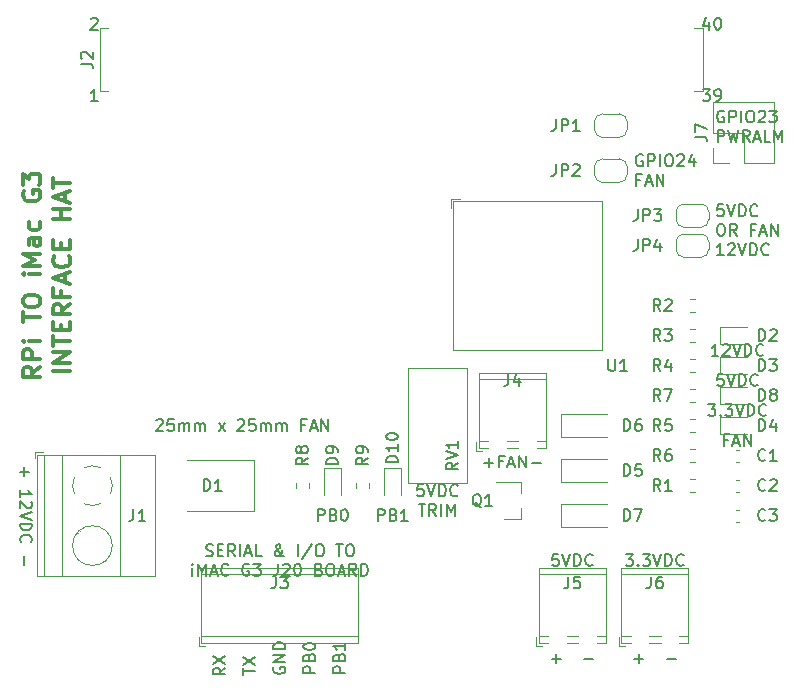
<source format=gbr>
G04 #@! TF.GenerationSoftware,KiCad,Pcbnew,(5.1.10-1-10_14)*
G04 #@! TF.CreationDate,2022-04-10T19:47:37-06:00*
G04 #@! TF.ProjectId,RPiG3iMac,52506947-3369-44d6-9163-2e6b69636164,1.2*
G04 #@! TF.SameCoordinates,Original*
G04 #@! TF.FileFunction,Legend,Top*
G04 #@! TF.FilePolarity,Positive*
%FSLAX46Y46*%
G04 Gerber Fmt 4.6, Leading zero omitted, Abs format (unit mm)*
G04 Created by KiCad (PCBNEW (5.1.10-1-10_14)) date 2022-04-10 19:47:37*
%MOMM*%
%LPD*%
G01*
G04 APERTURE LIST*
%ADD10C,0.150000*%
%ADD11C,0.300000*%
%ADD12C,0.120000*%
G04 APERTURE END LIST*
D10*
X137191904Y-108402380D02*
X137191904Y-107402380D01*
X137572857Y-107402380D01*
X137668095Y-107450000D01*
X137715714Y-107497619D01*
X137763333Y-107592857D01*
X137763333Y-107735714D01*
X137715714Y-107830952D01*
X137668095Y-107878571D01*
X137572857Y-107926190D01*
X137191904Y-107926190D01*
X138525238Y-107878571D02*
X138668095Y-107926190D01*
X138715714Y-107973809D01*
X138763333Y-108069047D01*
X138763333Y-108211904D01*
X138715714Y-108307142D01*
X138668095Y-108354761D01*
X138572857Y-108402380D01*
X138191904Y-108402380D01*
X138191904Y-107402380D01*
X138525238Y-107402380D01*
X138620476Y-107450000D01*
X138668095Y-107497619D01*
X138715714Y-107592857D01*
X138715714Y-107688095D01*
X138668095Y-107783333D01*
X138620476Y-107830952D01*
X138525238Y-107878571D01*
X138191904Y-107878571D01*
X139382380Y-107402380D02*
X139477619Y-107402380D01*
X139572857Y-107450000D01*
X139620476Y-107497619D01*
X139668095Y-107592857D01*
X139715714Y-107783333D01*
X139715714Y-108021428D01*
X139668095Y-108211904D01*
X139620476Y-108307142D01*
X139572857Y-108354761D01*
X139477619Y-108402380D01*
X139382380Y-108402380D01*
X139287142Y-108354761D01*
X139239523Y-108307142D01*
X139191904Y-108211904D01*
X139144285Y-108021428D01*
X139144285Y-107783333D01*
X139191904Y-107592857D01*
X139239523Y-107497619D01*
X139287142Y-107450000D01*
X139382380Y-107402380D01*
X142271904Y-108402380D02*
X142271904Y-107402380D01*
X142652857Y-107402380D01*
X142748095Y-107450000D01*
X142795714Y-107497619D01*
X142843333Y-107592857D01*
X142843333Y-107735714D01*
X142795714Y-107830952D01*
X142748095Y-107878571D01*
X142652857Y-107926190D01*
X142271904Y-107926190D01*
X143605238Y-107878571D02*
X143748095Y-107926190D01*
X143795714Y-107973809D01*
X143843333Y-108069047D01*
X143843333Y-108211904D01*
X143795714Y-108307142D01*
X143748095Y-108354761D01*
X143652857Y-108402380D01*
X143271904Y-108402380D01*
X143271904Y-107402380D01*
X143605238Y-107402380D01*
X143700476Y-107450000D01*
X143748095Y-107497619D01*
X143795714Y-107592857D01*
X143795714Y-107688095D01*
X143748095Y-107783333D01*
X143700476Y-107830952D01*
X143605238Y-107878571D01*
X143271904Y-107878571D01*
X144795714Y-108402380D02*
X144224285Y-108402380D01*
X144510000Y-108402380D02*
X144510000Y-107402380D01*
X144414761Y-107545238D01*
X144319523Y-107640476D01*
X144224285Y-107688095D01*
X157559523Y-111212380D02*
X157083333Y-111212380D01*
X157035714Y-111688571D01*
X157083333Y-111640952D01*
X157178571Y-111593333D01*
X157416666Y-111593333D01*
X157511904Y-111640952D01*
X157559523Y-111688571D01*
X157607142Y-111783809D01*
X157607142Y-112021904D01*
X157559523Y-112117142D01*
X157511904Y-112164761D01*
X157416666Y-112212380D01*
X157178571Y-112212380D01*
X157083333Y-112164761D01*
X157035714Y-112117142D01*
X157892857Y-111212380D02*
X158226190Y-112212380D01*
X158559523Y-111212380D01*
X158892857Y-112212380D02*
X158892857Y-111212380D01*
X159130952Y-111212380D01*
X159273809Y-111260000D01*
X159369047Y-111355238D01*
X159416666Y-111450476D01*
X159464285Y-111640952D01*
X159464285Y-111783809D01*
X159416666Y-111974285D01*
X159369047Y-112069523D01*
X159273809Y-112164761D01*
X159130952Y-112212380D01*
X158892857Y-112212380D01*
X160464285Y-112117142D02*
X160416666Y-112164761D01*
X160273809Y-112212380D01*
X160178571Y-112212380D01*
X160035714Y-112164761D01*
X159940476Y-112069523D01*
X159892857Y-111974285D01*
X159845238Y-111783809D01*
X159845238Y-111640952D01*
X159892857Y-111450476D01*
X159940476Y-111355238D01*
X160035714Y-111260000D01*
X160178571Y-111212380D01*
X160273809Y-111212380D01*
X160416666Y-111260000D01*
X160464285Y-111307619D01*
X163973095Y-120086428D02*
X164735000Y-120086428D01*
X164354047Y-120467380D02*
X164354047Y-119705476D01*
X166735000Y-120086428D02*
X167496904Y-120086428D01*
X129357380Y-120816666D02*
X128881190Y-121150000D01*
X129357380Y-121388095D02*
X128357380Y-121388095D01*
X128357380Y-121007142D01*
X128405000Y-120911904D01*
X128452619Y-120864285D01*
X128547857Y-120816666D01*
X128690714Y-120816666D01*
X128785952Y-120864285D01*
X128833571Y-120911904D01*
X128881190Y-121007142D01*
X128881190Y-121388095D01*
X128357380Y-120483333D02*
X129357380Y-119816666D01*
X128357380Y-119816666D02*
X129357380Y-120483333D01*
X130897380Y-121411904D02*
X130897380Y-120840476D01*
X131897380Y-121126190D02*
X130897380Y-121126190D01*
X130897380Y-120602380D02*
X131897380Y-119935714D01*
X130897380Y-119935714D02*
X131897380Y-120602380D01*
X133485000Y-120776904D02*
X133437380Y-120872142D01*
X133437380Y-121015000D01*
X133485000Y-121157857D01*
X133580238Y-121253095D01*
X133675476Y-121300714D01*
X133865952Y-121348333D01*
X134008809Y-121348333D01*
X134199285Y-121300714D01*
X134294523Y-121253095D01*
X134389761Y-121157857D01*
X134437380Y-121015000D01*
X134437380Y-120919761D01*
X134389761Y-120776904D01*
X134342142Y-120729285D01*
X134008809Y-120729285D01*
X134008809Y-120919761D01*
X134437380Y-120300714D02*
X133437380Y-120300714D01*
X134437380Y-119729285D01*
X133437380Y-119729285D01*
X134437380Y-119253095D02*
X133437380Y-119253095D01*
X133437380Y-119015000D01*
X133485000Y-118872142D01*
X133580238Y-118776904D01*
X133675476Y-118729285D01*
X133865952Y-118681666D01*
X134008809Y-118681666D01*
X134199285Y-118729285D01*
X134294523Y-118776904D01*
X134389761Y-118872142D01*
X134437380Y-119015000D01*
X134437380Y-119253095D01*
X136977380Y-121253095D02*
X135977380Y-121253095D01*
X135977380Y-120872142D01*
X136025000Y-120776904D01*
X136072619Y-120729285D01*
X136167857Y-120681666D01*
X136310714Y-120681666D01*
X136405952Y-120729285D01*
X136453571Y-120776904D01*
X136501190Y-120872142D01*
X136501190Y-121253095D01*
X136453571Y-119919761D02*
X136501190Y-119776904D01*
X136548809Y-119729285D01*
X136644047Y-119681666D01*
X136786904Y-119681666D01*
X136882142Y-119729285D01*
X136929761Y-119776904D01*
X136977380Y-119872142D01*
X136977380Y-120253095D01*
X135977380Y-120253095D01*
X135977380Y-119919761D01*
X136025000Y-119824523D01*
X136072619Y-119776904D01*
X136167857Y-119729285D01*
X136263095Y-119729285D01*
X136358333Y-119776904D01*
X136405952Y-119824523D01*
X136453571Y-119919761D01*
X136453571Y-120253095D01*
X135977380Y-119062619D02*
X135977380Y-118967380D01*
X136025000Y-118872142D01*
X136072619Y-118824523D01*
X136167857Y-118776904D01*
X136358333Y-118729285D01*
X136596428Y-118729285D01*
X136786904Y-118776904D01*
X136882142Y-118824523D01*
X136929761Y-118872142D01*
X136977380Y-118967380D01*
X136977380Y-119062619D01*
X136929761Y-119157857D01*
X136882142Y-119205476D01*
X136786904Y-119253095D01*
X136596428Y-119300714D01*
X136358333Y-119300714D01*
X136167857Y-119253095D01*
X136072619Y-119205476D01*
X136025000Y-119157857D01*
X135977380Y-119062619D01*
X127723095Y-111339761D02*
X127865952Y-111387380D01*
X128104047Y-111387380D01*
X128199285Y-111339761D01*
X128246904Y-111292142D01*
X128294523Y-111196904D01*
X128294523Y-111101666D01*
X128246904Y-111006428D01*
X128199285Y-110958809D01*
X128104047Y-110911190D01*
X127913571Y-110863571D01*
X127818333Y-110815952D01*
X127770714Y-110768333D01*
X127723095Y-110673095D01*
X127723095Y-110577857D01*
X127770714Y-110482619D01*
X127818333Y-110435000D01*
X127913571Y-110387380D01*
X128151666Y-110387380D01*
X128294523Y-110435000D01*
X128723095Y-110863571D02*
X129056428Y-110863571D01*
X129199285Y-111387380D02*
X128723095Y-111387380D01*
X128723095Y-110387380D01*
X129199285Y-110387380D01*
X130199285Y-111387380D02*
X129865952Y-110911190D01*
X129627857Y-111387380D02*
X129627857Y-110387380D01*
X130008809Y-110387380D01*
X130104047Y-110435000D01*
X130151666Y-110482619D01*
X130199285Y-110577857D01*
X130199285Y-110720714D01*
X130151666Y-110815952D01*
X130104047Y-110863571D01*
X130008809Y-110911190D01*
X129627857Y-110911190D01*
X130627857Y-111387380D02*
X130627857Y-110387380D01*
X131056428Y-111101666D02*
X131532619Y-111101666D01*
X130961190Y-111387380D02*
X131294523Y-110387380D01*
X131627857Y-111387380D01*
X132437380Y-111387380D02*
X131961190Y-111387380D01*
X131961190Y-110387380D01*
X134342142Y-111387380D02*
X134294523Y-111387380D01*
X134199285Y-111339761D01*
X134056428Y-111196904D01*
X133818333Y-110911190D01*
X133723095Y-110768333D01*
X133675476Y-110625476D01*
X133675476Y-110530238D01*
X133723095Y-110435000D01*
X133818333Y-110387380D01*
X133865952Y-110387380D01*
X133961190Y-110435000D01*
X134008809Y-110530238D01*
X134008809Y-110577857D01*
X133961190Y-110673095D01*
X133913571Y-110720714D01*
X133627857Y-110911190D01*
X133580238Y-110958809D01*
X133532619Y-111054047D01*
X133532619Y-111196904D01*
X133580238Y-111292142D01*
X133627857Y-111339761D01*
X133723095Y-111387380D01*
X133865952Y-111387380D01*
X133961190Y-111339761D01*
X134008809Y-111292142D01*
X134151666Y-111101666D01*
X134199285Y-110958809D01*
X134199285Y-110863571D01*
X135532619Y-111387380D02*
X135532619Y-110387380D01*
X136723095Y-110339761D02*
X135865952Y-111625476D01*
X137246904Y-110387380D02*
X137437380Y-110387380D01*
X137532619Y-110435000D01*
X137627857Y-110530238D01*
X137675476Y-110720714D01*
X137675476Y-111054047D01*
X137627857Y-111244523D01*
X137532619Y-111339761D01*
X137437380Y-111387380D01*
X137246904Y-111387380D01*
X137151666Y-111339761D01*
X137056428Y-111244523D01*
X137008809Y-111054047D01*
X137008809Y-110720714D01*
X137056428Y-110530238D01*
X137151666Y-110435000D01*
X137246904Y-110387380D01*
X138723095Y-110387380D02*
X139294523Y-110387380D01*
X139008809Y-111387380D02*
X139008809Y-110387380D01*
X139818333Y-110387380D02*
X140008809Y-110387380D01*
X140104047Y-110435000D01*
X140199285Y-110530238D01*
X140246904Y-110720714D01*
X140246904Y-111054047D01*
X140199285Y-111244523D01*
X140104047Y-111339761D01*
X140008809Y-111387380D01*
X139818333Y-111387380D01*
X139723095Y-111339761D01*
X139627857Y-111244523D01*
X139580238Y-111054047D01*
X139580238Y-110720714D01*
X139627857Y-110530238D01*
X139723095Y-110435000D01*
X139818333Y-110387380D01*
X126580238Y-113037380D02*
X126580238Y-112370714D01*
X126580238Y-112037380D02*
X126532619Y-112085000D01*
X126580238Y-112132619D01*
X126627857Y-112085000D01*
X126580238Y-112037380D01*
X126580238Y-112132619D01*
X127056428Y-113037380D02*
X127056428Y-112037380D01*
X127389761Y-112751666D01*
X127723095Y-112037380D01*
X127723095Y-113037380D01*
X128151666Y-112751666D02*
X128627857Y-112751666D01*
X128056428Y-113037380D02*
X128389761Y-112037380D01*
X128723095Y-113037380D01*
X129627857Y-112942142D02*
X129580238Y-112989761D01*
X129437380Y-113037380D01*
X129342142Y-113037380D01*
X129199285Y-112989761D01*
X129104047Y-112894523D01*
X129056428Y-112799285D01*
X129008809Y-112608809D01*
X129008809Y-112465952D01*
X129056428Y-112275476D01*
X129104047Y-112180238D01*
X129199285Y-112085000D01*
X129342142Y-112037380D01*
X129437380Y-112037380D01*
X129580238Y-112085000D01*
X129627857Y-112132619D01*
X131342142Y-112085000D02*
X131246904Y-112037380D01*
X131104047Y-112037380D01*
X130961190Y-112085000D01*
X130865952Y-112180238D01*
X130818333Y-112275476D01*
X130770714Y-112465952D01*
X130770714Y-112608809D01*
X130818333Y-112799285D01*
X130865952Y-112894523D01*
X130961190Y-112989761D01*
X131104047Y-113037380D01*
X131199285Y-113037380D01*
X131342142Y-112989761D01*
X131389761Y-112942142D01*
X131389761Y-112608809D01*
X131199285Y-112608809D01*
X131723095Y-112037380D02*
X132342142Y-112037380D01*
X132008809Y-112418333D01*
X132151666Y-112418333D01*
X132246904Y-112465952D01*
X132294523Y-112513571D01*
X132342142Y-112608809D01*
X132342142Y-112846904D01*
X132294523Y-112942142D01*
X132246904Y-112989761D01*
X132151666Y-113037380D01*
X131865952Y-113037380D01*
X131770714Y-112989761D01*
X131723095Y-112942142D01*
X133818333Y-112037380D02*
X133818333Y-112751666D01*
X133770714Y-112894523D01*
X133675476Y-112989761D01*
X133532619Y-113037380D01*
X133437380Y-113037380D01*
X134246904Y-112132619D02*
X134294523Y-112085000D01*
X134389761Y-112037380D01*
X134627857Y-112037380D01*
X134723095Y-112085000D01*
X134770714Y-112132619D01*
X134818333Y-112227857D01*
X134818333Y-112323095D01*
X134770714Y-112465952D01*
X134199285Y-113037380D01*
X134818333Y-113037380D01*
X135437380Y-112037380D02*
X135532619Y-112037380D01*
X135627857Y-112085000D01*
X135675476Y-112132619D01*
X135723095Y-112227857D01*
X135770714Y-112418333D01*
X135770714Y-112656428D01*
X135723095Y-112846904D01*
X135675476Y-112942142D01*
X135627857Y-112989761D01*
X135532619Y-113037380D01*
X135437380Y-113037380D01*
X135342142Y-112989761D01*
X135294523Y-112942142D01*
X135246904Y-112846904D01*
X135199285Y-112656428D01*
X135199285Y-112418333D01*
X135246904Y-112227857D01*
X135294523Y-112132619D01*
X135342142Y-112085000D01*
X135437380Y-112037380D01*
X137294523Y-112513571D02*
X137437380Y-112561190D01*
X137485000Y-112608809D01*
X137532619Y-112704047D01*
X137532619Y-112846904D01*
X137485000Y-112942142D01*
X137437380Y-112989761D01*
X137342142Y-113037380D01*
X136961190Y-113037380D01*
X136961190Y-112037380D01*
X137294523Y-112037380D01*
X137389761Y-112085000D01*
X137437380Y-112132619D01*
X137485000Y-112227857D01*
X137485000Y-112323095D01*
X137437380Y-112418333D01*
X137389761Y-112465952D01*
X137294523Y-112513571D01*
X136961190Y-112513571D01*
X138151666Y-112037380D02*
X138342142Y-112037380D01*
X138437380Y-112085000D01*
X138532619Y-112180238D01*
X138580238Y-112370714D01*
X138580238Y-112704047D01*
X138532619Y-112894523D01*
X138437380Y-112989761D01*
X138342142Y-113037380D01*
X138151666Y-113037380D01*
X138056428Y-112989761D01*
X137961190Y-112894523D01*
X137913571Y-112704047D01*
X137913571Y-112370714D01*
X137961190Y-112180238D01*
X138056428Y-112085000D01*
X138151666Y-112037380D01*
X138961190Y-112751666D02*
X139437380Y-112751666D01*
X138865952Y-113037380D02*
X139199285Y-112037380D01*
X139532619Y-113037380D01*
X140437380Y-113037380D02*
X140104047Y-112561190D01*
X139865952Y-113037380D02*
X139865952Y-112037380D01*
X140246904Y-112037380D01*
X140342142Y-112085000D01*
X140389761Y-112132619D01*
X140437380Y-112227857D01*
X140437380Y-112370714D01*
X140389761Y-112465952D01*
X140342142Y-112513571D01*
X140246904Y-112561190D01*
X139865952Y-112561190D01*
X140865952Y-113037380D02*
X140865952Y-112037380D01*
X141104047Y-112037380D01*
X141246904Y-112085000D01*
X141342142Y-112180238D01*
X141389761Y-112275476D01*
X141437380Y-112465952D01*
X141437380Y-112608809D01*
X141389761Y-112799285D01*
X141342142Y-112894523D01*
X141246904Y-112989761D01*
X141104047Y-113037380D01*
X140865952Y-113037380D01*
X171100952Y-94432380D02*
X170529523Y-94432380D01*
X170815238Y-94432380D02*
X170815238Y-93432380D01*
X170720000Y-93575238D01*
X170624761Y-93670476D01*
X170529523Y-93718095D01*
X171481904Y-93527619D02*
X171529523Y-93480000D01*
X171624761Y-93432380D01*
X171862857Y-93432380D01*
X171958095Y-93480000D01*
X172005714Y-93527619D01*
X172053333Y-93622857D01*
X172053333Y-93718095D01*
X172005714Y-93860952D01*
X171434285Y-94432380D01*
X172053333Y-94432380D01*
X172339047Y-93432380D02*
X172672380Y-94432380D01*
X173005714Y-93432380D01*
X173339047Y-94432380D02*
X173339047Y-93432380D01*
X173577142Y-93432380D01*
X173720000Y-93480000D01*
X173815238Y-93575238D01*
X173862857Y-93670476D01*
X173910476Y-93860952D01*
X173910476Y-94003809D01*
X173862857Y-94194285D01*
X173815238Y-94289523D01*
X173720000Y-94384761D01*
X173577142Y-94432380D01*
X173339047Y-94432380D01*
X174910476Y-94337142D02*
X174862857Y-94384761D01*
X174720000Y-94432380D01*
X174624761Y-94432380D01*
X174481904Y-94384761D01*
X174386666Y-94289523D01*
X174339047Y-94194285D01*
X174291428Y-94003809D01*
X174291428Y-93860952D01*
X174339047Y-93670476D01*
X174386666Y-93575238D01*
X174481904Y-93480000D01*
X174624761Y-93432380D01*
X174720000Y-93432380D01*
X174862857Y-93480000D01*
X174910476Y-93527619D01*
X146129523Y-105307380D02*
X145653333Y-105307380D01*
X145605714Y-105783571D01*
X145653333Y-105735952D01*
X145748571Y-105688333D01*
X145986666Y-105688333D01*
X146081904Y-105735952D01*
X146129523Y-105783571D01*
X146177142Y-105878809D01*
X146177142Y-106116904D01*
X146129523Y-106212142D01*
X146081904Y-106259761D01*
X145986666Y-106307380D01*
X145748571Y-106307380D01*
X145653333Y-106259761D01*
X145605714Y-106212142D01*
X146462857Y-105307380D02*
X146796190Y-106307380D01*
X147129523Y-105307380D01*
X147462857Y-106307380D02*
X147462857Y-105307380D01*
X147700952Y-105307380D01*
X147843809Y-105355000D01*
X147939047Y-105450238D01*
X147986666Y-105545476D01*
X148034285Y-105735952D01*
X148034285Y-105878809D01*
X147986666Y-106069285D01*
X147939047Y-106164523D01*
X147843809Y-106259761D01*
X147700952Y-106307380D01*
X147462857Y-106307380D01*
X149034285Y-106212142D02*
X148986666Y-106259761D01*
X148843809Y-106307380D01*
X148748571Y-106307380D01*
X148605714Y-106259761D01*
X148510476Y-106164523D01*
X148462857Y-106069285D01*
X148415238Y-105878809D01*
X148415238Y-105735952D01*
X148462857Y-105545476D01*
X148510476Y-105450238D01*
X148605714Y-105355000D01*
X148748571Y-105307380D01*
X148843809Y-105307380D01*
X148986666Y-105355000D01*
X149034285Y-105402619D01*
X145724761Y-106957380D02*
X146296190Y-106957380D01*
X146010476Y-107957380D02*
X146010476Y-106957380D01*
X147200952Y-107957380D02*
X146867619Y-107481190D01*
X146629523Y-107957380D02*
X146629523Y-106957380D01*
X147010476Y-106957380D01*
X147105714Y-107005000D01*
X147153333Y-107052619D01*
X147200952Y-107147857D01*
X147200952Y-107290714D01*
X147153333Y-107385952D01*
X147105714Y-107433571D01*
X147010476Y-107481190D01*
X146629523Y-107481190D01*
X147629523Y-107957380D02*
X147629523Y-106957380D01*
X148105714Y-107957380D02*
X148105714Y-106957380D01*
X148439047Y-107671666D01*
X148772380Y-106957380D01*
X148772380Y-107957380D01*
X139517380Y-121253095D02*
X138517380Y-121253095D01*
X138517380Y-120872142D01*
X138565000Y-120776904D01*
X138612619Y-120729285D01*
X138707857Y-120681666D01*
X138850714Y-120681666D01*
X138945952Y-120729285D01*
X138993571Y-120776904D01*
X139041190Y-120872142D01*
X139041190Y-121253095D01*
X138993571Y-119919761D02*
X139041190Y-119776904D01*
X139088809Y-119729285D01*
X139184047Y-119681666D01*
X139326904Y-119681666D01*
X139422142Y-119729285D01*
X139469761Y-119776904D01*
X139517380Y-119872142D01*
X139517380Y-120253095D01*
X138517380Y-120253095D01*
X138517380Y-119919761D01*
X138565000Y-119824523D01*
X138612619Y-119776904D01*
X138707857Y-119729285D01*
X138803095Y-119729285D01*
X138898333Y-119776904D01*
X138945952Y-119824523D01*
X138993571Y-119919761D01*
X138993571Y-120253095D01*
X139517380Y-118729285D02*
X139517380Y-119300714D01*
X139517380Y-119015000D02*
X138517380Y-119015000D01*
X138660238Y-119110238D01*
X138755476Y-119205476D01*
X138803095Y-119300714D01*
X151289047Y-103491428D02*
X152050952Y-103491428D01*
X151670000Y-103872380D02*
X151670000Y-103110476D01*
X152860476Y-103348571D02*
X152527142Y-103348571D01*
X152527142Y-103872380D02*
X152527142Y-102872380D01*
X153003333Y-102872380D01*
X153336666Y-103586666D02*
X153812857Y-103586666D01*
X153241428Y-103872380D02*
X153574761Y-102872380D01*
X153908095Y-103872380D01*
X154241428Y-103872380D02*
X154241428Y-102872380D01*
X154812857Y-103872380D01*
X154812857Y-102872380D01*
X155289047Y-103491428D02*
X156050952Y-103491428D01*
X112358571Y-103864285D02*
X112358571Y-104626190D01*
X111977619Y-104245238D02*
X112739523Y-104245238D01*
X111977619Y-106388095D02*
X111977619Y-105816666D01*
X111977619Y-106102380D02*
X112977619Y-106102380D01*
X112834761Y-106007142D01*
X112739523Y-105911904D01*
X112691904Y-105816666D01*
X112882380Y-106769047D02*
X112930000Y-106816666D01*
X112977619Y-106911904D01*
X112977619Y-107150000D01*
X112930000Y-107245238D01*
X112882380Y-107292857D01*
X112787142Y-107340476D01*
X112691904Y-107340476D01*
X112549047Y-107292857D01*
X111977619Y-106721428D01*
X111977619Y-107340476D01*
X112977619Y-107626190D02*
X111977619Y-107959523D01*
X112977619Y-108292857D01*
X111977619Y-108626190D02*
X112977619Y-108626190D01*
X112977619Y-108864285D01*
X112930000Y-109007142D01*
X112834761Y-109102380D01*
X112739523Y-109150000D01*
X112549047Y-109197619D01*
X112406190Y-109197619D01*
X112215714Y-109150000D01*
X112120476Y-109102380D01*
X112025238Y-109007142D01*
X111977619Y-108864285D01*
X111977619Y-108626190D01*
X112072857Y-110197619D02*
X112025238Y-110150000D01*
X111977619Y-110007142D01*
X111977619Y-109911904D01*
X112025238Y-109769047D01*
X112120476Y-109673809D01*
X112215714Y-109626190D01*
X112406190Y-109578571D01*
X112549047Y-109578571D01*
X112739523Y-109626190D01*
X112834761Y-109673809D01*
X112930000Y-109769047D01*
X112977619Y-109911904D01*
X112977619Y-110007142D01*
X112930000Y-110150000D01*
X112882380Y-110197619D01*
X112358571Y-111388095D02*
X112358571Y-112150000D01*
X170294285Y-66125714D02*
X170294285Y-66792380D01*
X170056190Y-65744761D02*
X169818095Y-66459047D01*
X170437142Y-66459047D01*
X171008571Y-65792380D02*
X171103809Y-65792380D01*
X171199047Y-65840000D01*
X171246666Y-65887619D01*
X171294285Y-65982857D01*
X171341904Y-66173333D01*
X171341904Y-66411428D01*
X171294285Y-66601904D01*
X171246666Y-66697142D01*
X171199047Y-66744761D01*
X171103809Y-66792380D01*
X171008571Y-66792380D01*
X170913333Y-66744761D01*
X170865714Y-66697142D01*
X170818095Y-66601904D01*
X170770476Y-66411428D01*
X170770476Y-66173333D01*
X170818095Y-65982857D01*
X170865714Y-65887619D01*
X170913333Y-65840000D01*
X171008571Y-65792380D01*
X169770476Y-71842380D02*
X170389523Y-71842380D01*
X170056190Y-72223333D01*
X170199047Y-72223333D01*
X170294285Y-72270952D01*
X170341904Y-72318571D01*
X170389523Y-72413809D01*
X170389523Y-72651904D01*
X170341904Y-72747142D01*
X170294285Y-72794761D01*
X170199047Y-72842380D01*
X169913333Y-72842380D01*
X169818095Y-72794761D01*
X169770476Y-72747142D01*
X170865714Y-72842380D02*
X171056190Y-72842380D01*
X171151428Y-72794761D01*
X171199047Y-72747142D01*
X171294285Y-72604285D01*
X171341904Y-72413809D01*
X171341904Y-72032857D01*
X171294285Y-71937619D01*
X171246666Y-71890000D01*
X171151428Y-71842380D01*
X170960952Y-71842380D01*
X170865714Y-71890000D01*
X170818095Y-71937619D01*
X170770476Y-72032857D01*
X170770476Y-72270952D01*
X170818095Y-72366190D01*
X170865714Y-72413809D01*
X170960952Y-72461428D01*
X171151428Y-72461428D01*
X171246666Y-72413809D01*
X171294285Y-72366190D01*
X171341904Y-72270952D01*
X117994285Y-65887619D02*
X118041904Y-65840000D01*
X118137142Y-65792380D01*
X118375238Y-65792380D01*
X118470476Y-65840000D01*
X118518095Y-65887619D01*
X118565714Y-65982857D01*
X118565714Y-66078095D01*
X118518095Y-66220952D01*
X117946666Y-66792380D01*
X118565714Y-66792380D01*
X118565714Y-72842380D02*
X117994285Y-72842380D01*
X118280000Y-72842380D02*
X118280000Y-71842380D01*
X118184761Y-71985238D01*
X118089523Y-72080476D01*
X117994285Y-72128095D01*
X123500476Y-99877619D02*
X123548095Y-99830000D01*
X123643333Y-99782380D01*
X123881428Y-99782380D01*
X123976666Y-99830000D01*
X124024285Y-99877619D01*
X124071904Y-99972857D01*
X124071904Y-100068095D01*
X124024285Y-100210952D01*
X123452857Y-100782380D01*
X124071904Y-100782380D01*
X124976666Y-99782380D02*
X124500476Y-99782380D01*
X124452857Y-100258571D01*
X124500476Y-100210952D01*
X124595714Y-100163333D01*
X124833809Y-100163333D01*
X124929047Y-100210952D01*
X124976666Y-100258571D01*
X125024285Y-100353809D01*
X125024285Y-100591904D01*
X124976666Y-100687142D01*
X124929047Y-100734761D01*
X124833809Y-100782380D01*
X124595714Y-100782380D01*
X124500476Y-100734761D01*
X124452857Y-100687142D01*
X125452857Y-100782380D02*
X125452857Y-100115714D01*
X125452857Y-100210952D02*
X125500476Y-100163333D01*
X125595714Y-100115714D01*
X125738571Y-100115714D01*
X125833809Y-100163333D01*
X125881428Y-100258571D01*
X125881428Y-100782380D01*
X125881428Y-100258571D02*
X125929047Y-100163333D01*
X126024285Y-100115714D01*
X126167142Y-100115714D01*
X126262380Y-100163333D01*
X126310000Y-100258571D01*
X126310000Y-100782380D01*
X126786190Y-100782380D02*
X126786190Y-100115714D01*
X126786190Y-100210952D02*
X126833809Y-100163333D01*
X126929047Y-100115714D01*
X127071904Y-100115714D01*
X127167142Y-100163333D01*
X127214761Y-100258571D01*
X127214761Y-100782380D01*
X127214761Y-100258571D02*
X127262380Y-100163333D01*
X127357619Y-100115714D01*
X127500476Y-100115714D01*
X127595714Y-100163333D01*
X127643333Y-100258571D01*
X127643333Y-100782380D01*
X128786190Y-100782380D02*
X129310000Y-100115714D01*
X128786190Y-100115714D02*
X129310000Y-100782380D01*
X130405238Y-99877619D02*
X130452857Y-99830000D01*
X130548095Y-99782380D01*
X130786190Y-99782380D01*
X130881428Y-99830000D01*
X130929047Y-99877619D01*
X130976666Y-99972857D01*
X130976666Y-100068095D01*
X130929047Y-100210952D01*
X130357619Y-100782380D01*
X130976666Y-100782380D01*
X131881428Y-99782380D02*
X131405238Y-99782380D01*
X131357619Y-100258571D01*
X131405238Y-100210952D01*
X131500476Y-100163333D01*
X131738571Y-100163333D01*
X131833809Y-100210952D01*
X131881428Y-100258571D01*
X131929047Y-100353809D01*
X131929047Y-100591904D01*
X131881428Y-100687142D01*
X131833809Y-100734761D01*
X131738571Y-100782380D01*
X131500476Y-100782380D01*
X131405238Y-100734761D01*
X131357619Y-100687142D01*
X132357619Y-100782380D02*
X132357619Y-100115714D01*
X132357619Y-100210952D02*
X132405238Y-100163333D01*
X132500476Y-100115714D01*
X132643333Y-100115714D01*
X132738571Y-100163333D01*
X132786190Y-100258571D01*
X132786190Y-100782380D01*
X132786190Y-100258571D02*
X132833809Y-100163333D01*
X132929047Y-100115714D01*
X133071904Y-100115714D01*
X133167142Y-100163333D01*
X133214761Y-100258571D01*
X133214761Y-100782380D01*
X133690952Y-100782380D02*
X133690952Y-100115714D01*
X133690952Y-100210952D02*
X133738571Y-100163333D01*
X133833809Y-100115714D01*
X133976666Y-100115714D01*
X134071904Y-100163333D01*
X134119523Y-100258571D01*
X134119523Y-100782380D01*
X134119523Y-100258571D02*
X134167142Y-100163333D01*
X134262380Y-100115714D01*
X134405238Y-100115714D01*
X134500476Y-100163333D01*
X134548095Y-100258571D01*
X134548095Y-100782380D01*
X136119523Y-100258571D02*
X135786190Y-100258571D01*
X135786190Y-100782380D02*
X135786190Y-99782380D01*
X136262380Y-99782380D01*
X136595714Y-100496666D02*
X137071904Y-100496666D01*
X136500476Y-100782380D02*
X136833809Y-99782380D01*
X137167142Y-100782380D01*
X137500476Y-100782380D02*
X137500476Y-99782380D01*
X138071904Y-100782380D01*
X138071904Y-99782380D01*
D11*
X113703571Y-95344285D02*
X112989285Y-95844285D01*
X113703571Y-96201428D02*
X112203571Y-96201428D01*
X112203571Y-95630000D01*
X112275000Y-95487142D01*
X112346428Y-95415714D01*
X112489285Y-95344285D01*
X112703571Y-95344285D01*
X112846428Y-95415714D01*
X112917857Y-95487142D01*
X112989285Y-95630000D01*
X112989285Y-96201428D01*
X113703571Y-94701428D02*
X112203571Y-94701428D01*
X112203571Y-94130000D01*
X112275000Y-93987142D01*
X112346428Y-93915714D01*
X112489285Y-93844285D01*
X112703571Y-93844285D01*
X112846428Y-93915714D01*
X112917857Y-93987142D01*
X112989285Y-94130000D01*
X112989285Y-94701428D01*
X113703571Y-93201428D02*
X112703571Y-93201428D01*
X112203571Y-93201428D02*
X112275000Y-93272857D01*
X112346428Y-93201428D01*
X112275000Y-93130000D01*
X112203571Y-93201428D01*
X112346428Y-93201428D01*
X112203571Y-91558571D02*
X112203571Y-90701428D01*
X113703571Y-91130000D02*
X112203571Y-91130000D01*
X112203571Y-89915714D02*
X112203571Y-89630000D01*
X112275000Y-89487142D01*
X112417857Y-89344285D01*
X112703571Y-89272857D01*
X113203571Y-89272857D01*
X113489285Y-89344285D01*
X113632142Y-89487142D01*
X113703571Y-89630000D01*
X113703571Y-89915714D01*
X113632142Y-90058571D01*
X113489285Y-90201428D01*
X113203571Y-90272857D01*
X112703571Y-90272857D01*
X112417857Y-90201428D01*
X112275000Y-90058571D01*
X112203571Y-89915714D01*
X113703571Y-87487142D02*
X112703571Y-87487142D01*
X112203571Y-87487142D02*
X112275000Y-87558571D01*
X112346428Y-87487142D01*
X112275000Y-87415714D01*
X112203571Y-87487142D01*
X112346428Y-87487142D01*
X113703571Y-86772857D02*
X112203571Y-86772857D01*
X113275000Y-86272857D01*
X112203571Y-85772857D01*
X113703571Y-85772857D01*
X113703571Y-84415714D02*
X112917857Y-84415714D01*
X112775000Y-84487142D01*
X112703571Y-84630000D01*
X112703571Y-84915714D01*
X112775000Y-85058571D01*
X113632142Y-84415714D02*
X113703571Y-84558571D01*
X113703571Y-84915714D01*
X113632142Y-85058571D01*
X113489285Y-85130000D01*
X113346428Y-85130000D01*
X113203571Y-85058571D01*
X113132142Y-84915714D01*
X113132142Y-84558571D01*
X113060714Y-84415714D01*
X113632142Y-83058571D02*
X113703571Y-83201428D01*
X113703571Y-83487142D01*
X113632142Y-83630000D01*
X113560714Y-83701428D01*
X113417857Y-83772857D01*
X112989285Y-83772857D01*
X112846428Y-83701428D01*
X112775000Y-83630000D01*
X112703571Y-83487142D01*
X112703571Y-83201428D01*
X112775000Y-83058571D01*
X112275000Y-80487142D02*
X112203571Y-80630000D01*
X112203571Y-80844285D01*
X112275000Y-81058571D01*
X112417857Y-81201428D01*
X112560714Y-81272857D01*
X112846428Y-81344285D01*
X113060714Y-81344285D01*
X113346428Y-81272857D01*
X113489285Y-81201428D01*
X113632142Y-81058571D01*
X113703571Y-80844285D01*
X113703571Y-80701428D01*
X113632142Y-80487142D01*
X113560714Y-80415714D01*
X113060714Y-80415714D01*
X113060714Y-80701428D01*
X112203571Y-79915714D02*
X112203571Y-78987142D01*
X112775000Y-79487142D01*
X112775000Y-79272857D01*
X112846428Y-79130000D01*
X112917857Y-79058571D01*
X113060714Y-78987142D01*
X113417857Y-78987142D01*
X113560714Y-79058571D01*
X113632142Y-79130000D01*
X113703571Y-79272857D01*
X113703571Y-79701428D01*
X113632142Y-79844285D01*
X113560714Y-79915714D01*
X116253571Y-95701428D02*
X114753571Y-95701428D01*
X116253571Y-94987142D02*
X114753571Y-94987142D01*
X116253571Y-94130000D01*
X114753571Y-94130000D01*
X114753571Y-93630000D02*
X114753571Y-92772857D01*
X116253571Y-93201428D02*
X114753571Y-93201428D01*
X115467857Y-92272857D02*
X115467857Y-91772857D01*
X116253571Y-91558571D02*
X116253571Y-92272857D01*
X114753571Y-92272857D01*
X114753571Y-91558571D01*
X116253571Y-90058571D02*
X115539285Y-90558571D01*
X116253571Y-90915714D02*
X114753571Y-90915714D01*
X114753571Y-90344285D01*
X114825000Y-90201428D01*
X114896428Y-90130000D01*
X115039285Y-90058571D01*
X115253571Y-90058571D01*
X115396428Y-90130000D01*
X115467857Y-90201428D01*
X115539285Y-90344285D01*
X115539285Y-90915714D01*
X115467857Y-88915714D02*
X115467857Y-89415714D01*
X116253571Y-89415714D02*
X114753571Y-89415714D01*
X114753571Y-88701428D01*
X115825000Y-88201428D02*
X115825000Y-87487142D01*
X116253571Y-88344285D02*
X114753571Y-87844285D01*
X116253571Y-87344285D01*
X116110714Y-85987142D02*
X116182142Y-86058571D01*
X116253571Y-86272857D01*
X116253571Y-86415714D01*
X116182142Y-86630000D01*
X116039285Y-86772857D01*
X115896428Y-86844285D01*
X115610714Y-86915714D01*
X115396428Y-86915714D01*
X115110714Y-86844285D01*
X114967857Y-86772857D01*
X114825000Y-86630000D01*
X114753571Y-86415714D01*
X114753571Y-86272857D01*
X114825000Y-86058571D01*
X114896428Y-85987142D01*
X115467857Y-85344285D02*
X115467857Y-84844285D01*
X116253571Y-84630000D02*
X116253571Y-85344285D01*
X114753571Y-85344285D01*
X114753571Y-84630000D01*
X116253571Y-82844285D02*
X114753571Y-82844285D01*
X115467857Y-82844285D02*
X115467857Y-81987142D01*
X116253571Y-81987142D02*
X114753571Y-81987142D01*
X115825000Y-81344285D02*
X115825000Y-80630000D01*
X116253571Y-81487142D02*
X114753571Y-80987142D01*
X116253571Y-80487142D01*
X114753571Y-80201428D02*
X114753571Y-79344285D01*
X116253571Y-79772857D02*
X114753571Y-79772857D01*
D10*
X164689404Y-77415000D02*
X164594166Y-77367380D01*
X164451309Y-77367380D01*
X164308452Y-77415000D01*
X164213214Y-77510238D01*
X164165595Y-77605476D01*
X164117976Y-77795952D01*
X164117976Y-77938809D01*
X164165595Y-78129285D01*
X164213214Y-78224523D01*
X164308452Y-78319761D01*
X164451309Y-78367380D01*
X164546547Y-78367380D01*
X164689404Y-78319761D01*
X164737023Y-78272142D01*
X164737023Y-77938809D01*
X164546547Y-77938809D01*
X165165595Y-78367380D02*
X165165595Y-77367380D01*
X165546547Y-77367380D01*
X165641785Y-77415000D01*
X165689404Y-77462619D01*
X165737023Y-77557857D01*
X165737023Y-77700714D01*
X165689404Y-77795952D01*
X165641785Y-77843571D01*
X165546547Y-77891190D01*
X165165595Y-77891190D01*
X166165595Y-78367380D02*
X166165595Y-77367380D01*
X166832261Y-77367380D02*
X167022738Y-77367380D01*
X167117976Y-77415000D01*
X167213214Y-77510238D01*
X167260833Y-77700714D01*
X167260833Y-78034047D01*
X167213214Y-78224523D01*
X167117976Y-78319761D01*
X167022738Y-78367380D01*
X166832261Y-78367380D01*
X166737023Y-78319761D01*
X166641785Y-78224523D01*
X166594166Y-78034047D01*
X166594166Y-77700714D01*
X166641785Y-77510238D01*
X166737023Y-77415000D01*
X166832261Y-77367380D01*
X167641785Y-77462619D02*
X167689404Y-77415000D01*
X167784642Y-77367380D01*
X168022738Y-77367380D01*
X168117976Y-77415000D01*
X168165595Y-77462619D01*
X168213214Y-77557857D01*
X168213214Y-77653095D01*
X168165595Y-77795952D01*
X167594166Y-78367380D01*
X168213214Y-78367380D01*
X169070357Y-77700714D02*
X169070357Y-78367380D01*
X168832261Y-77319761D02*
X168594166Y-78034047D01*
X169213214Y-78034047D01*
X164498928Y-79493571D02*
X164165595Y-79493571D01*
X164165595Y-80017380D02*
X164165595Y-79017380D01*
X164641785Y-79017380D01*
X164975119Y-79731666D02*
X165451309Y-79731666D01*
X164879880Y-80017380D02*
X165213214Y-79017380D01*
X165546547Y-80017380D01*
X165879880Y-80017380D02*
X165879880Y-79017380D01*
X166451309Y-80017380D01*
X166451309Y-79017380D01*
X163258809Y-111212380D02*
X163877857Y-111212380D01*
X163544523Y-111593333D01*
X163687380Y-111593333D01*
X163782619Y-111640952D01*
X163830238Y-111688571D01*
X163877857Y-111783809D01*
X163877857Y-112021904D01*
X163830238Y-112117142D01*
X163782619Y-112164761D01*
X163687380Y-112212380D01*
X163401666Y-112212380D01*
X163306428Y-112164761D01*
X163258809Y-112117142D01*
X164306428Y-112117142D02*
X164354047Y-112164761D01*
X164306428Y-112212380D01*
X164258809Y-112164761D01*
X164306428Y-112117142D01*
X164306428Y-112212380D01*
X164687380Y-111212380D02*
X165306428Y-111212380D01*
X164973095Y-111593333D01*
X165115952Y-111593333D01*
X165211190Y-111640952D01*
X165258809Y-111688571D01*
X165306428Y-111783809D01*
X165306428Y-112021904D01*
X165258809Y-112117142D01*
X165211190Y-112164761D01*
X165115952Y-112212380D01*
X164830238Y-112212380D01*
X164735000Y-112164761D01*
X164687380Y-112117142D01*
X165592142Y-111212380D02*
X165925476Y-112212380D01*
X166258809Y-111212380D01*
X166592142Y-112212380D02*
X166592142Y-111212380D01*
X166830238Y-111212380D01*
X166973095Y-111260000D01*
X167068333Y-111355238D01*
X167115952Y-111450476D01*
X167163571Y-111640952D01*
X167163571Y-111783809D01*
X167115952Y-111974285D01*
X167068333Y-112069523D01*
X166973095Y-112164761D01*
X166830238Y-112212380D01*
X166592142Y-112212380D01*
X168163571Y-112117142D02*
X168115952Y-112164761D01*
X167973095Y-112212380D01*
X167877857Y-112212380D01*
X167735000Y-112164761D01*
X167639761Y-112069523D01*
X167592142Y-111974285D01*
X167544523Y-111783809D01*
X167544523Y-111640952D01*
X167592142Y-111450476D01*
X167639761Y-111355238D01*
X167735000Y-111260000D01*
X167877857Y-111212380D01*
X167973095Y-111212380D01*
X168115952Y-111260000D01*
X168163571Y-111307619D01*
X156988095Y-120086428D02*
X157750000Y-120086428D01*
X157369047Y-120467380D02*
X157369047Y-119705476D01*
X159750000Y-120086428D02*
X160511904Y-120086428D01*
X171511785Y-81602380D02*
X171035595Y-81602380D01*
X170987976Y-82078571D01*
X171035595Y-82030952D01*
X171130833Y-81983333D01*
X171368928Y-81983333D01*
X171464166Y-82030952D01*
X171511785Y-82078571D01*
X171559404Y-82173809D01*
X171559404Y-82411904D01*
X171511785Y-82507142D01*
X171464166Y-82554761D01*
X171368928Y-82602380D01*
X171130833Y-82602380D01*
X171035595Y-82554761D01*
X170987976Y-82507142D01*
X171845119Y-81602380D02*
X172178452Y-82602380D01*
X172511785Y-81602380D01*
X172845119Y-82602380D02*
X172845119Y-81602380D01*
X173083214Y-81602380D01*
X173226071Y-81650000D01*
X173321309Y-81745238D01*
X173368928Y-81840476D01*
X173416547Y-82030952D01*
X173416547Y-82173809D01*
X173368928Y-82364285D01*
X173321309Y-82459523D01*
X173226071Y-82554761D01*
X173083214Y-82602380D01*
X172845119Y-82602380D01*
X174416547Y-82507142D02*
X174368928Y-82554761D01*
X174226071Y-82602380D01*
X174130833Y-82602380D01*
X173987976Y-82554761D01*
X173892738Y-82459523D01*
X173845119Y-82364285D01*
X173797500Y-82173809D01*
X173797500Y-82030952D01*
X173845119Y-81840476D01*
X173892738Y-81745238D01*
X173987976Y-81650000D01*
X174130833Y-81602380D01*
X174226071Y-81602380D01*
X174368928Y-81650000D01*
X174416547Y-81697619D01*
X171226071Y-83252380D02*
X171416547Y-83252380D01*
X171511785Y-83300000D01*
X171607023Y-83395238D01*
X171654642Y-83585714D01*
X171654642Y-83919047D01*
X171607023Y-84109523D01*
X171511785Y-84204761D01*
X171416547Y-84252380D01*
X171226071Y-84252380D01*
X171130833Y-84204761D01*
X171035595Y-84109523D01*
X170987976Y-83919047D01*
X170987976Y-83585714D01*
X171035595Y-83395238D01*
X171130833Y-83300000D01*
X171226071Y-83252380D01*
X172654642Y-84252380D02*
X172321309Y-83776190D01*
X172083214Y-84252380D02*
X172083214Y-83252380D01*
X172464166Y-83252380D01*
X172559404Y-83300000D01*
X172607023Y-83347619D01*
X172654642Y-83442857D01*
X172654642Y-83585714D01*
X172607023Y-83680952D01*
X172559404Y-83728571D01*
X172464166Y-83776190D01*
X172083214Y-83776190D01*
X174178452Y-83728571D02*
X173845119Y-83728571D01*
X173845119Y-84252380D02*
X173845119Y-83252380D01*
X174321309Y-83252380D01*
X174654642Y-83966666D02*
X175130833Y-83966666D01*
X174559404Y-84252380D02*
X174892738Y-83252380D01*
X175226071Y-84252380D01*
X175559404Y-84252380D02*
X175559404Y-83252380D01*
X176130833Y-84252380D01*
X176130833Y-83252380D01*
X171559404Y-85902380D02*
X170987976Y-85902380D01*
X171273690Y-85902380D02*
X171273690Y-84902380D01*
X171178452Y-85045238D01*
X171083214Y-85140476D01*
X170987976Y-85188095D01*
X171940357Y-84997619D02*
X171987976Y-84950000D01*
X172083214Y-84902380D01*
X172321309Y-84902380D01*
X172416547Y-84950000D01*
X172464166Y-84997619D01*
X172511785Y-85092857D01*
X172511785Y-85188095D01*
X172464166Y-85330952D01*
X171892738Y-85902380D01*
X172511785Y-85902380D01*
X172797500Y-84902380D02*
X173130833Y-85902380D01*
X173464166Y-84902380D01*
X173797500Y-85902380D02*
X173797500Y-84902380D01*
X174035595Y-84902380D01*
X174178452Y-84950000D01*
X174273690Y-85045238D01*
X174321309Y-85140476D01*
X174368928Y-85330952D01*
X174368928Y-85473809D01*
X174321309Y-85664285D01*
X174273690Y-85759523D01*
X174178452Y-85854761D01*
X174035595Y-85902380D01*
X173797500Y-85902380D01*
X175368928Y-85807142D02*
X175321309Y-85854761D01*
X175178452Y-85902380D01*
X175083214Y-85902380D01*
X174940357Y-85854761D01*
X174845119Y-85759523D01*
X174797500Y-85664285D01*
X174749880Y-85473809D01*
X174749880Y-85330952D01*
X174797500Y-85140476D01*
X174845119Y-85045238D01*
X174940357Y-84950000D01*
X175083214Y-84902380D01*
X175178452Y-84902380D01*
X175321309Y-84950000D01*
X175368928Y-84997619D01*
X171559404Y-73705000D02*
X171464166Y-73657380D01*
X171321309Y-73657380D01*
X171178452Y-73705000D01*
X171083214Y-73800238D01*
X171035595Y-73895476D01*
X170987976Y-74085952D01*
X170987976Y-74228809D01*
X171035595Y-74419285D01*
X171083214Y-74514523D01*
X171178452Y-74609761D01*
X171321309Y-74657380D01*
X171416547Y-74657380D01*
X171559404Y-74609761D01*
X171607023Y-74562142D01*
X171607023Y-74228809D01*
X171416547Y-74228809D01*
X172035595Y-74657380D02*
X172035595Y-73657380D01*
X172416547Y-73657380D01*
X172511785Y-73705000D01*
X172559404Y-73752619D01*
X172607023Y-73847857D01*
X172607023Y-73990714D01*
X172559404Y-74085952D01*
X172511785Y-74133571D01*
X172416547Y-74181190D01*
X172035595Y-74181190D01*
X173035595Y-74657380D02*
X173035595Y-73657380D01*
X173702261Y-73657380D02*
X173892738Y-73657380D01*
X173987976Y-73705000D01*
X174083214Y-73800238D01*
X174130833Y-73990714D01*
X174130833Y-74324047D01*
X174083214Y-74514523D01*
X173987976Y-74609761D01*
X173892738Y-74657380D01*
X173702261Y-74657380D01*
X173607023Y-74609761D01*
X173511785Y-74514523D01*
X173464166Y-74324047D01*
X173464166Y-73990714D01*
X173511785Y-73800238D01*
X173607023Y-73705000D01*
X173702261Y-73657380D01*
X174511785Y-73752619D02*
X174559404Y-73705000D01*
X174654642Y-73657380D01*
X174892738Y-73657380D01*
X174987976Y-73705000D01*
X175035595Y-73752619D01*
X175083214Y-73847857D01*
X175083214Y-73943095D01*
X175035595Y-74085952D01*
X174464166Y-74657380D01*
X175083214Y-74657380D01*
X175416547Y-73657380D02*
X176035595Y-73657380D01*
X175702261Y-74038333D01*
X175845119Y-74038333D01*
X175940357Y-74085952D01*
X175987976Y-74133571D01*
X176035595Y-74228809D01*
X176035595Y-74466904D01*
X175987976Y-74562142D01*
X175940357Y-74609761D01*
X175845119Y-74657380D01*
X175559404Y-74657380D01*
X175464166Y-74609761D01*
X175416547Y-74562142D01*
X171035595Y-76307380D02*
X171035595Y-75307380D01*
X171416547Y-75307380D01*
X171511785Y-75355000D01*
X171559404Y-75402619D01*
X171607023Y-75497857D01*
X171607023Y-75640714D01*
X171559404Y-75735952D01*
X171511785Y-75783571D01*
X171416547Y-75831190D01*
X171035595Y-75831190D01*
X171940357Y-75307380D02*
X172178452Y-76307380D01*
X172368928Y-75593095D01*
X172559404Y-76307380D01*
X172797500Y-75307380D01*
X173749880Y-76307380D02*
X173416547Y-75831190D01*
X173178452Y-76307380D02*
X173178452Y-75307380D01*
X173559404Y-75307380D01*
X173654642Y-75355000D01*
X173702261Y-75402619D01*
X173749880Y-75497857D01*
X173749880Y-75640714D01*
X173702261Y-75735952D01*
X173654642Y-75783571D01*
X173559404Y-75831190D01*
X173178452Y-75831190D01*
X174130833Y-76021666D02*
X174607023Y-76021666D01*
X174035595Y-76307380D02*
X174368928Y-75307380D01*
X174702261Y-76307380D01*
X175511785Y-76307380D02*
X175035595Y-76307380D01*
X175035595Y-75307380D01*
X175845119Y-76307380D02*
X175845119Y-75307380D01*
X176178452Y-76021666D01*
X176511785Y-75307380D01*
X176511785Y-76307380D01*
X171910476Y-101528571D02*
X171577142Y-101528571D01*
X171577142Y-102052380D02*
X171577142Y-101052380D01*
X172053333Y-101052380D01*
X172386666Y-101766666D02*
X172862857Y-101766666D01*
X172291428Y-102052380D02*
X172624761Y-101052380D01*
X172958095Y-102052380D01*
X173291428Y-102052380D02*
X173291428Y-101052380D01*
X173862857Y-102052380D01*
X173862857Y-101052380D01*
X170243809Y-98512380D02*
X170862857Y-98512380D01*
X170529523Y-98893333D01*
X170672380Y-98893333D01*
X170767619Y-98940952D01*
X170815238Y-98988571D01*
X170862857Y-99083809D01*
X170862857Y-99321904D01*
X170815238Y-99417142D01*
X170767619Y-99464761D01*
X170672380Y-99512380D01*
X170386666Y-99512380D01*
X170291428Y-99464761D01*
X170243809Y-99417142D01*
X171291428Y-99417142D02*
X171339047Y-99464761D01*
X171291428Y-99512380D01*
X171243809Y-99464761D01*
X171291428Y-99417142D01*
X171291428Y-99512380D01*
X171672380Y-98512380D02*
X172291428Y-98512380D01*
X171958095Y-98893333D01*
X172100952Y-98893333D01*
X172196190Y-98940952D01*
X172243809Y-98988571D01*
X172291428Y-99083809D01*
X172291428Y-99321904D01*
X172243809Y-99417142D01*
X172196190Y-99464761D01*
X172100952Y-99512380D01*
X171815238Y-99512380D01*
X171720000Y-99464761D01*
X171672380Y-99417142D01*
X172577142Y-98512380D02*
X172910476Y-99512380D01*
X173243809Y-98512380D01*
X173577142Y-99512380D02*
X173577142Y-98512380D01*
X173815238Y-98512380D01*
X173958095Y-98560000D01*
X174053333Y-98655238D01*
X174100952Y-98750476D01*
X174148571Y-98940952D01*
X174148571Y-99083809D01*
X174100952Y-99274285D01*
X174053333Y-99369523D01*
X173958095Y-99464761D01*
X173815238Y-99512380D01*
X173577142Y-99512380D01*
X175148571Y-99417142D02*
X175100952Y-99464761D01*
X174958095Y-99512380D01*
X174862857Y-99512380D01*
X174720000Y-99464761D01*
X174624761Y-99369523D01*
X174577142Y-99274285D01*
X174529523Y-99083809D01*
X174529523Y-98940952D01*
X174577142Y-98750476D01*
X174624761Y-98655238D01*
X174720000Y-98560000D01*
X174862857Y-98512380D01*
X174958095Y-98512380D01*
X175100952Y-98560000D01*
X175148571Y-98607619D01*
X171529523Y-95972380D02*
X171053333Y-95972380D01*
X171005714Y-96448571D01*
X171053333Y-96400952D01*
X171148571Y-96353333D01*
X171386666Y-96353333D01*
X171481904Y-96400952D01*
X171529523Y-96448571D01*
X171577142Y-96543809D01*
X171577142Y-96781904D01*
X171529523Y-96877142D01*
X171481904Y-96924761D01*
X171386666Y-96972380D01*
X171148571Y-96972380D01*
X171053333Y-96924761D01*
X171005714Y-96877142D01*
X171862857Y-95972380D02*
X172196190Y-96972380D01*
X172529523Y-95972380D01*
X172862857Y-96972380D02*
X172862857Y-95972380D01*
X173100952Y-95972380D01*
X173243809Y-96020000D01*
X173339047Y-96115238D01*
X173386666Y-96210476D01*
X173434285Y-96400952D01*
X173434285Y-96543809D01*
X173386666Y-96734285D01*
X173339047Y-96829523D01*
X173243809Y-96924761D01*
X173100952Y-96972380D01*
X172862857Y-96972380D01*
X174434285Y-96877142D02*
X174386666Y-96924761D01*
X174243809Y-96972380D01*
X174148571Y-96972380D01*
X174005714Y-96924761D01*
X173910476Y-96829523D01*
X173862857Y-96734285D01*
X173815238Y-96543809D01*
X173815238Y-96400952D01*
X173862857Y-96210476D01*
X173910476Y-96115238D01*
X174005714Y-96020000D01*
X174148571Y-95972380D01*
X174243809Y-95972380D01*
X174386666Y-96020000D01*
X174434285Y-96067619D01*
D12*
X150840000Y-101660000D02*
X151610000Y-101660000D01*
X153190000Y-101660000D02*
X154150000Y-101660000D01*
X155730000Y-101660000D02*
X156500000Y-101660000D01*
X150840000Y-96360000D02*
X156500000Y-96360000D01*
X150840000Y-95900000D02*
X156500000Y-95900000D01*
X150840000Y-102220000D02*
X151610000Y-102220000D01*
X153190000Y-102220000D02*
X154150000Y-102220000D01*
X155730000Y-102220000D02*
X156500000Y-102220000D01*
X150840000Y-95900000D02*
X150840000Y-102220000D01*
X156500000Y-95900000D02*
X156500000Y-102220000D01*
X150600000Y-101720000D02*
X150600000Y-102460000D01*
X150600000Y-102460000D02*
X151100000Y-102460000D01*
X131820000Y-107560000D02*
X126120000Y-107560000D01*
X131820000Y-103260000D02*
X126120000Y-103260000D01*
X131820000Y-107560000D02*
X131820000Y-103260000D01*
X171235000Y-93445000D02*
X173520000Y-93445000D01*
X171235000Y-91975000D02*
X171235000Y-93445000D01*
X173520000Y-91975000D02*
X171235000Y-91975000D01*
X173520000Y-94515000D02*
X171235000Y-94515000D01*
X171235000Y-94515000D02*
X171235000Y-95985000D01*
X171235000Y-95985000D02*
X173520000Y-95985000D01*
X173520000Y-99595000D02*
X171235000Y-99595000D01*
X171235000Y-99595000D02*
X171235000Y-101065000D01*
X171235000Y-101065000D02*
X173520000Y-101065000D01*
X157770000Y-103140000D02*
X161670000Y-103140000D01*
X157770000Y-105140000D02*
X161670000Y-105140000D01*
X157770000Y-103140000D02*
X157770000Y-105140000D01*
X157770000Y-99330000D02*
X157770000Y-101330000D01*
X157770000Y-101330000D02*
X161670000Y-101330000D01*
X157770000Y-99330000D02*
X161670000Y-99330000D01*
X157770000Y-106950000D02*
X161670000Y-106950000D01*
X157770000Y-108950000D02*
X161670000Y-108950000D01*
X157770000Y-106950000D02*
X157770000Y-108950000D01*
X171235000Y-98525000D02*
X173520000Y-98525000D01*
X171235000Y-97055000D02*
X171235000Y-98525000D01*
X173520000Y-97055000D02*
X171235000Y-97055000D01*
X162700000Y-75930000D02*
X161300000Y-75930000D01*
X160600000Y-75230000D02*
X160600000Y-74630000D01*
X161300000Y-73930000D02*
X162700000Y-73930000D01*
X163400000Y-74630000D02*
X163400000Y-75230000D01*
X161300000Y-75930000D02*
G75*
G02*
X160600000Y-75230000I0J700000D01*
G01*
X160600000Y-74630000D02*
G75*
G02*
X161300000Y-73930000I700000J0D01*
G01*
X162700000Y-73930000D02*
G75*
G02*
X163400000Y-74630000I0J-700000D01*
G01*
X163400000Y-75230000D02*
G75*
G02*
X162700000Y-75930000I-700000J0D01*
G01*
X163400000Y-78440000D02*
X163400000Y-79040000D01*
X161300000Y-77740000D02*
X162700000Y-77740000D01*
X160600000Y-79040000D02*
X160600000Y-78440000D01*
X162700000Y-79740000D02*
X161300000Y-79740000D01*
X163400000Y-79040000D02*
G75*
G02*
X162700000Y-79740000I-700000J0D01*
G01*
X162700000Y-77740000D02*
G75*
G02*
X163400000Y-78440000I0J-700000D01*
G01*
X160600000Y-78440000D02*
G75*
G02*
X161300000Y-77740000I700000J0D01*
G01*
X161300000Y-79740000D02*
G75*
G02*
X160600000Y-79040000I0J700000D01*
G01*
X167510000Y-82850000D02*
X167510000Y-82250000D01*
X169610000Y-83550000D02*
X168210000Y-83550000D01*
X170310000Y-82250000D02*
X170310000Y-82850000D01*
X168210000Y-81550000D02*
X169610000Y-81550000D01*
X167510000Y-82250000D02*
G75*
G02*
X168210000Y-81550000I700000J0D01*
G01*
X168210000Y-83550000D02*
G75*
G02*
X167510000Y-82850000I0J700000D01*
G01*
X170310000Y-82850000D02*
G75*
G02*
X169610000Y-83550000I-700000J0D01*
G01*
X169610000Y-81550000D02*
G75*
G02*
X170310000Y-82250000I0J-700000D01*
G01*
X168210000Y-84090000D02*
X169610000Y-84090000D01*
X170310000Y-84790000D02*
X170310000Y-85390000D01*
X169610000Y-86090000D02*
X168210000Y-86090000D01*
X167510000Y-85390000D02*
X167510000Y-84790000D01*
X169610000Y-84090000D02*
G75*
G02*
X170310000Y-84790000I0J-700000D01*
G01*
X170310000Y-85390000D02*
G75*
G02*
X169610000Y-86090000I-700000J0D01*
G01*
X168210000Y-86090000D02*
G75*
G02*
X167510000Y-85390000I0J700000D01*
G01*
X167510000Y-84790000D02*
G75*
G02*
X168210000Y-84090000I700000J0D01*
G01*
X154430000Y-108260000D02*
X152970000Y-108260000D01*
X154430000Y-105100000D02*
X152270000Y-105100000D01*
X154430000Y-105100000D02*
X154430000Y-106030000D01*
X154430000Y-108260000D02*
X154430000Y-107330000D01*
X148640000Y-81330000D02*
X161240000Y-81330000D01*
X148640000Y-93930000D02*
X148640000Y-81330000D01*
X161240000Y-93930000D02*
X148640000Y-93930000D01*
X161240000Y-81330000D02*
X161240000Y-93930000D01*
X148440000Y-81130000D02*
X148440000Y-81930000D01*
X149240000Y-81130000D02*
X148440000Y-81130000D01*
X119790000Y-110490000D02*
G75*
G03*
X119790000Y-110490000I-1680000J0D01*
G01*
X114010000Y-102810000D02*
X114010000Y-113090000D01*
X115510000Y-102810000D02*
X115510000Y-113090000D01*
X120411000Y-102810000D02*
X120411000Y-113090000D01*
X123371000Y-102810000D02*
X123371000Y-113090000D01*
X113450000Y-102810000D02*
X113450000Y-113090000D01*
X123371000Y-102810000D02*
X113450000Y-102810000D01*
X123371000Y-113090000D02*
X113450000Y-113090000D01*
X119179000Y-111765000D02*
X119133000Y-111718000D01*
X116871000Y-109456000D02*
X116836000Y-109421000D01*
X119385000Y-111560000D02*
X119349000Y-111525000D01*
X117087000Y-109263000D02*
X117041000Y-109216000D01*
X113950000Y-102570000D02*
X113210000Y-102570000D01*
X113210000Y-102570000D02*
X113210000Y-103070000D01*
X116575244Y-106093318D02*
G75*
G02*
X116430000Y-105410000I1534756J683318D01*
G01*
X118793042Y-106945426D02*
G75*
G02*
X117426000Y-106945000I-683042J1535426D01*
G01*
X119645426Y-104726958D02*
G75*
G02*
X119645000Y-106094000I-1535426J-683042D01*
G01*
X117426958Y-103874574D02*
G75*
G02*
X118794000Y-103875000I683042J-1535426D01*
G01*
X116429747Y-105438805D02*
G75*
G02*
X116575000Y-104726000I1680253J28805D01*
G01*
X172579420Y-103380000D02*
X172860580Y-103380000D01*
X172579420Y-102360000D02*
X172860580Y-102360000D01*
X172579420Y-104900000D02*
X172860580Y-104900000D01*
X172579420Y-105920000D02*
X172860580Y-105920000D01*
X172579420Y-108460000D02*
X172860580Y-108460000D01*
X172579420Y-107440000D02*
X172860580Y-107440000D01*
X168672742Y-104887500D02*
X169147258Y-104887500D01*
X168672742Y-105932500D02*
X169147258Y-105932500D01*
X169147258Y-89647500D02*
X168672742Y-89647500D01*
X169147258Y-90692500D02*
X168672742Y-90692500D01*
X169147258Y-92187500D02*
X168672742Y-92187500D01*
X169147258Y-93232500D02*
X168672742Y-93232500D01*
X169147258Y-95772500D02*
X168672742Y-95772500D01*
X169147258Y-94727500D02*
X168672742Y-94727500D01*
X169147258Y-100852500D02*
X168672742Y-100852500D01*
X169147258Y-99807500D02*
X168672742Y-99807500D01*
X168672742Y-103392500D02*
X169147258Y-103392500D01*
X168672742Y-102347500D02*
X169147258Y-102347500D01*
X169147258Y-97267500D02*
X168672742Y-97267500D01*
X169147258Y-98312500D02*
X168672742Y-98312500D01*
X119465000Y-72000000D02*
X118765000Y-72000000D01*
X118765000Y-72000000D02*
X118765000Y-66700000D01*
X118765000Y-66700000D02*
X119465000Y-66700000D01*
X169085000Y-72000000D02*
X169785000Y-72000000D01*
X169785000Y-72000000D02*
X169785000Y-66700000D01*
X169785000Y-66700000D02*
X169085000Y-66700000D01*
X170650000Y-78120000D02*
X170650000Y-76790000D01*
X171980000Y-78120000D02*
X170650000Y-78120000D01*
X170650000Y-75520000D02*
X170650000Y-72920000D01*
X173250000Y-75520000D02*
X170650000Y-75520000D01*
X173250000Y-78120000D02*
X173250000Y-75520000D01*
X170650000Y-72920000D02*
X175850000Y-72920000D01*
X173250000Y-78120000D02*
X175850000Y-78120000D01*
X175850000Y-78120000D02*
X175850000Y-72920000D01*
X144790000Y-95445000D02*
X149860000Y-95445000D01*
X144790000Y-105215000D02*
X149860000Y-105215000D01*
X149860000Y-105215000D02*
X149860000Y-95445000D01*
X144790000Y-105215000D02*
X144790000Y-95445000D01*
X137695000Y-103925000D02*
X137695000Y-106210000D01*
X139165000Y-103925000D02*
X137695000Y-103925000D01*
X139165000Y-106210000D02*
X139165000Y-103925000D01*
X144245000Y-106210000D02*
X144245000Y-103925000D01*
X144245000Y-103925000D02*
X142775000Y-103925000D01*
X142775000Y-103925000D02*
X142775000Y-106210000D01*
X135367500Y-105172742D02*
X135367500Y-105647258D01*
X136412500Y-105172742D02*
X136412500Y-105647258D01*
X141492500Y-105172742D02*
X141492500Y-105647258D01*
X140447500Y-105172742D02*
X140447500Y-105647258D01*
X127105000Y-118970000D02*
X127605000Y-118970000D01*
X127105000Y-118230000D02*
X127105000Y-118970000D01*
X140625000Y-112410000D02*
X140625000Y-118730000D01*
X127345000Y-112410000D02*
X127345000Y-118730000D01*
X127345000Y-118730000D02*
X140625000Y-118730000D01*
X127345000Y-112410000D02*
X140625000Y-112410000D01*
X127345000Y-112870000D02*
X140625000Y-112870000D01*
X127345000Y-118170000D02*
X140625000Y-118170000D01*
X155680000Y-118970000D02*
X156180000Y-118970000D01*
X155680000Y-118230000D02*
X155680000Y-118970000D01*
X161580000Y-112410000D02*
X161580000Y-118730000D01*
X155920000Y-112410000D02*
X155920000Y-118730000D01*
X160810000Y-118730000D02*
X161580000Y-118730000D01*
X158270000Y-118730000D02*
X159230000Y-118730000D01*
X155920000Y-118730000D02*
X156690000Y-118730000D01*
X155920000Y-112410000D02*
X161580000Y-112410000D01*
X155920000Y-112870000D02*
X161580000Y-112870000D01*
X160810000Y-118170000D02*
X161580000Y-118170000D01*
X158270000Y-118170000D02*
X159230000Y-118170000D01*
X155920000Y-118170000D02*
X156690000Y-118170000D01*
X162905000Y-118170000D02*
X163675000Y-118170000D01*
X165255000Y-118170000D02*
X166215000Y-118170000D01*
X167795000Y-118170000D02*
X168565000Y-118170000D01*
X162905000Y-112870000D02*
X168565000Y-112870000D01*
X162905000Y-112410000D02*
X168565000Y-112410000D01*
X162905000Y-118730000D02*
X163675000Y-118730000D01*
X165255000Y-118730000D02*
X166215000Y-118730000D01*
X167795000Y-118730000D02*
X168565000Y-118730000D01*
X162905000Y-112410000D02*
X162905000Y-118730000D01*
X168565000Y-112410000D02*
X168565000Y-118730000D01*
X162665000Y-118230000D02*
X162665000Y-118970000D01*
X162665000Y-118970000D02*
X163165000Y-118970000D01*
D10*
X153336666Y-95972380D02*
X153336666Y-96686666D01*
X153289047Y-96829523D01*
X153193809Y-96924761D01*
X153050952Y-96972380D01*
X152955714Y-96972380D01*
X154241428Y-96305714D02*
X154241428Y-96972380D01*
X154003333Y-95924761D02*
X153765238Y-96639047D01*
X154384285Y-96639047D01*
X127531904Y-105862380D02*
X127531904Y-104862380D01*
X127770000Y-104862380D01*
X127912857Y-104910000D01*
X128008095Y-105005238D01*
X128055714Y-105100476D01*
X128103333Y-105290952D01*
X128103333Y-105433809D01*
X128055714Y-105624285D01*
X128008095Y-105719523D01*
X127912857Y-105814761D01*
X127770000Y-105862380D01*
X127531904Y-105862380D01*
X129055714Y-105862380D02*
X128484285Y-105862380D01*
X128770000Y-105862380D02*
X128770000Y-104862380D01*
X128674761Y-105005238D01*
X128579523Y-105100476D01*
X128484285Y-105148095D01*
X174521904Y-93162380D02*
X174521904Y-92162380D01*
X174760000Y-92162380D01*
X174902857Y-92210000D01*
X174998095Y-92305238D01*
X175045714Y-92400476D01*
X175093333Y-92590952D01*
X175093333Y-92733809D01*
X175045714Y-92924285D01*
X174998095Y-93019523D01*
X174902857Y-93114761D01*
X174760000Y-93162380D01*
X174521904Y-93162380D01*
X175474285Y-92257619D02*
X175521904Y-92210000D01*
X175617142Y-92162380D01*
X175855238Y-92162380D01*
X175950476Y-92210000D01*
X175998095Y-92257619D01*
X176045714Y-92352857D01*
X176045714Y-92448095D01*
X175998095Y-92590952D01*
X175426666Y-93162380D01*
X176045714Y-93162380D01*
X174521904Y-95702380D02*
X174521904Y-94702380D01*
X174760000Y-94702380D01*
X174902857Y-94750000D01*
X174998095Y-94845238D01*
X175045714Y-94940476D01*
X175093333Y-95130952D01*
X175093333Y-95273809D01*
X175045714Y-95464285D01*
X174998095Y-95559523D01*
X174902857Y-95654761D01*
X174760000Y-95702380D01*
X174521904Y-95702380D01*
X175426666Y-94702380D02*
X176045714Y-94702380D01*
X175712380Y-95083333D01*
X175855238Y-95083333D01*
X175950476Y-95130952D01*
X175998095Y-95178571D01*
X176045714Y-95273809D01*
X176045714Y-95511904D01*
X175998095Y-95607142D01*
X175950476Y-95654761D01*
X175855238Y-95702380D01*
X175569523Y-95702380D01*
X175474285Y-95654761D01*
X175426666Y-95607142D01*
X174521904Y-100782380D02*
X174521904Y-99782380D01*
X174760000Y-99782380D01*
X174902857Y-99830000D01*
X174998095Y-99925238D01*
X175045714Y-100020476D01*
X175093333Y-100210952D01*
X175093333Y-100353809D01*
X175045714Y-100544285D01*
X174998095Y-100639523D01*
X174902857Y-100734761D01*
X174760000Y-100782380D01*
X174521904Y-100782380D01*
X175950476Y-100115714D02*
X175950476Y-100782380D01*
X175712380Y-99734761D02*
X175474285Y-100449047D01*
X176093333Y-100449047D01*
X163091904Y-104592380D02*
X163091904Y-103592380D01*
X163330000Y-103592380D01*
X163472857Y-103640000D01*
X163568095Y-103735238D01*
X163615714Y-103830476D01*
X163663333Y-104020952D01*
X163663333Y-104163809D01*
X163615714Y-104354285D01*
X163568095Y-104449523D01*
X163472857Y-104544761D01*
X163330000Y-104592380D01*
X163091904Y-104592380D01*
X164568095Y-103592380D02*
X164091904Y-103592380D01*
X164044285Y-104068571D01*
X164091904Y-104020952D01*
X164187142Y-103973333D01*
X164425238Y-103973333D01*
X164520476Y-104020952D01*
X164568095Y-104068571D01*
X164615714Y-104163809D01*
X164615714Y-104401904D01*
X164568095Y-104497142D01*
X164520476Y-104544761D01*
X164425238Y-104592380D01*
X164187142Y-104592380D01*
X164091904Y-104544761D01*
X164044285Y-104497142D01*
X163091904Y-100782380D02*
X163091904Y-99782380D01*
X163330000Y-99782380D01*
X163472857Y-99830000D01*
X163568095Y-99925238D01*
X163615714Y-100020476D01*
X163663333Y-100210952D01*
X163663333Y-100353809D01*
X163615714Y-100544285D01*
X163568095Y-100639523D01*
X163472857Y-100734761D01*
X163330000Y-100782380D01*
X163091904Y-100782380D01*
X164520476Y-99782380D02*
X164330000Y-99782380D01*
X164234761Y-99830000D01*
X164187142Y-99877619D01*
X164091904Y-100020476D01*
X164044285Y-100210952D01*
X164044285Y-100591904D01*
X164091904Y-100687142D01*
X164139523Y-100734761D01*
X164234761Y-100782380D01*
X164425238Y-100782380D01*
X164520476Y-100734761D01*
X164568095Y-100687142D01*
X164615714Y-100591904D01*
X164615714Y-100353809D01*
X164568095Y-100258571D01*
X164520476Y-100210952D01*
X164425238Y-100163333D01*
X164234761Y-100163333D01*
X164139523Y-100210952D01*
X164091904Y-100258571D01*
X164044285Y-100353809D01*
X163091904Y-108402380D02*
X163091904Y-107402380D01*
X163330000Y-107402380D01*
X163472857Y-107450000D01*
X163568095Y-107545238D01*
X163615714Y-107640476D01*
X163663333Y-107830952D01*
X163663333Y-107973809D01*
X163615714Y-108164285D01*
X163568095Y-108259523D01*
X163472857Y-108354761D01*
X163330000Y-108402380D01*
X163091904Y-108402380D01*
X163996666Y-107402380D02*
X164663333Y-107402380D01*
X164234761Y-108402380D01*
X174521904Y-98242380D02*
X174521904Y-97242380D01*
X174760000Y-97242380D01*
X174902857Y-97290000D01*
X174998095Y-97385238D01*
X175045714Y-97480476D01*
X175093333Y-97670952D01*
X175093333Y-97813809D01*
X175045714Y-98004285D01*
X174998095Y-98099523D01*
X174902857Y-98194761D01*
X174760000Y-98242380D01*
X174521904Y-98242380D01*
X175664761Y-97670952D02*
X175569523Y-97623333D01*
X175521904Y-97575714D01*
X175474285Y-97480476D01*
X175474285Y-97432857D01*
X175521904Y-97337619D01*
X175569523Y-97290000D01*
X175664761Y-97242380D01*
X175855238Y-97242380D01*
X175950476Y-97290000D01*
X175998095Y-97337619D01*
X176045714Y-97432857D01*
X176045714Y-97480476D01*
X175998095Y-97575714D01*
X175950476Y-97623333D01*
X175855238Y-97670952D01*
X175664761Y-97670952D01*
X175569523Y-97718571D01*
X175521904Y-97766190D01*
X175474285Y-97861428D01*
X175474285Y-98051904D01*
X175521904Y-98147142D01*
X175569523Y-98194761D01*
X175664761Y-98242380D01*
X175855238Y-98242380D01*
X175950476Y-98194761D01*
X175998095Y-98147142D01*
X176045714Y-98051904D01*
X176045714Y-97861428D01*
X175998095Y-97766190D01*
X175950476Y-97718571D01*
X175855238Y-97670952D01*
X157356666Y-74382380D02*
X157356666Y-75096666D01*
X157309047Y-75239523D01*
X157213809Y-75334761D01*
X157070952Y-75382380D01*
X156975714Y-75382380D01*
X157832857Y-75382380D02*
X157832857Y-74382380D01*
X158213809Y-74382380D01*
X158309047Y-74430000D01*
X158356666Y-74477619D01*
X158404285Y-74572857D01*
X158404285Y-74715714D01*
X158356666Y-74810952D01*
X158309047Y-74858571D01*
X158213809Y-74906190D01*
X157832857Y-74906190D01*
X159356666Y-75382380D02*
X158785238Y-75382380D01*
X159070952Y-75382380D02*
X159070952Y-74382380D01*
X158975714Y-74525238D01*
X158880476Y-74620476D01*
X158785238Y-74668095D01*
X157356666Y-78192380D02*
X157356666Y-78906666D01*
X157309047Y-79049523D01*
X157213809Y-79144761D01*
X157070952Y-79192380D01*
X156975714Y-79192380D01*
X157832857Y-79192380D02*
X157832857Y-78192380D01*
X158213809Y-78192380D01*
X158309047Y-78240000D01*
X158356666Y-78287619D01*
X158404285Y-78382857D01*
X158404285Y-78525714D01*
X158356666Y-78620952D01*
X158309047Y-78668571D01*
X158213809Y-78716190D01*
X157832857Y-78716190D01*
X158785238Y-78287619D02*
X158832857Y-78240000D01*
X158928095Y-78192380D01*
X159166190Y-78192380D01*
X159261428Y-78240000D01*
X159309047Y-78287619D01*
X159356666Y-78382857D01*
X159356666Y-78478095D01*
X159309047Y-78620952D01*
X158737619Y-79192380D01*
X159356666Y-79192380D01*
X164266666Y-82002380D02*
X164266666Y-82716666D01*
X164219047Y-82859523D01*
X164123809Y-82954761D01*
X163980952Y-83002380D01*
X163885714Y-83002380D01*
X164742857Y-83002380D02*
X164742857Y-82002380D01*
X165123809Y-82002380D01*
X165219047Y-82050000D01*
X165266666Y-82097619D01*
X165314285Y-82192857D01*
X165314285Y-82335714D01*
X165266666Y-82430952D01*
X165219047Y-82478571D01*
X165123809Y-82526190D01*
X164742857Y-82526190D01*
X165647619Y-82002380D02*
X166266666Y-82002380D01*
X165933333Y-82383333D01*
X166076190Y-82383333D01*
X166171428Y-82430952D01*
X166219047Y-82478571D01*
X166266666Y-82573809D01*
X166266666Y-82811904D01*
X166219047Y-82907142D01*
X166171428Y-82954761D01*
X166076190Y-83002380D01*
X165790476Y-83002380D01*
X165695238Y-82954761D01*
X165647619Y-82907142D01*
X164266666Y-84542380D02*
X164266666Y-85256666D01*
X164219047Y-85399523D01*
X164123809Y-85494761D01*
X163980952Y-85542380D01*
X163885714Y-85542380D01*
X164742857Y-85542380D02*
X164742857Y-84542380D01*
X165123809Y-84542380D01*
X165219047Y-84590000D01*
X165266666Y-84637619D01*
X165314285Y-84732857D01*
X165314285Y-84875714D01*
X165266666Y-84970952D01*
X165219047Y-85018571D01*
X165123809Y-85066190D01*
X164742857Y-85066190D01*
X166171428Y-84875714D02*
X166171428Y-85542380D01*
X165933333Y-84494761D02*
X165695238Y-85209047D01*
X166314285Y-85209047D01*
X151034761Y-107227619D02*
X150939523Y-107180000D01*
X150844285Y-107084761D01*
X150701428Y-106941904D01*
X150606190Y-106894285D01*
X150510952Y-106894285D01*
X150558571Y-107132380D02*
X150463333Y-107084761D01*
X150368095Y-106989523D01*
X150320476Y-106799047D01*
X150320476Y-106465714D01*
X150368095Y-106275238D01*
X150463333Y-106180000D01*
X150558571Y-106132380D01*
X150749047Y-106132380D01*
X150844285Y-106180000D01*
X150939523Y-106275238D01*
X150987142Y-106465714D01*
X150987142Y-106799047D01*
X150939523Y-106989523D01*
X150844285Y-107084761D01*
X150749047Y-107132380D01*
X150558571Y-107132380D01*
X151939523Y-107132380D02*
X151368095Y-107132380D01*
X151653809Y-107132380D02*
X151653809Y-106132380D01*
X151558571Y-106275238D01*
X151463333Y-106370476D01*
X151368095Y-106418095D01*
X161798095Y-94702380D02*
X161798095Y-95511904D01*
X161845714Y-95607142D01*
X161893333Y-95654761D01*
X161988571Y-95702380D01*
X162179047Y-95702380D01*
X162274285Y-95654761D01*
X162321904Y-95607142D01*
X162369523Y-95511904D01*
X162369523Y-94702380D01*
X163369523Y-95702380D02*
X162798095Y-95702380D01*
X163083809Y-95702380D02*
X163083809Y-94702380D01*
X162988571Y-94845238D01*
X162893333Y-94940476D01*
X162798095Y-94988095D01*
X121586666Y-107402380D02*
X121586666Y-108116666D01*
X121539047Y-108259523D01*
X121443809Y-108354761D01*
X121300952Y-108402380D01*
X121205714Y-108402380D01*
X122586666Y-108402380D02*
X122015238Y-108402380D01*
X122300952Y-108402380D02*
X122300952Y-107402380D01*
X122205714Y-107545238D01*
X122110476Y-107640476D01*
X122015238Y-107688095D01*
X175093333Y-103227142D02*
X175045714Y-103274761D01*
X174902857Y-103322380D01*
X174807619Y-103322380D01*
X174664761Y-103274761D01*
X174569523Y-103179523D01*
X174521904Y-103084285D01*
X174474285Y-102893809D01*
X174474285Y-102750952D01*
X174521904Y-102560476D01*
X174569523Y-102465238D01*
X174664761Y-102370000D01*
X174807619Y-102322380D01*
X174902857Y-102322380D01*
X175045714Y-102370000D01*
X175093333Y-102417619D01*
X176045714Y-103322380D02*
X175474285Y-103322380D01*
X175760000Y-103322380D02*
X175760000Y-102322380D01*
X175664761Y-102465238D01*
X175569523Y-102560476D01*
X175474285Y-102608095D01*
X175093333Y-105767142D02*
X175045714Y-105814761D01*
X174902857Y-105862380D01*
X174807619Y-105862380D01*
X174664761Y-105814761D01*
X174569523Y-105719523D01*
X174521904Y-105624285D01*
X174474285Y-105433809D01*
X174474285Y-105290952D01*
X174521904Y-105100476D01*
X174569523Y-105005238D01*
X174664761Y-104910000D01*
X174807619Y-104862380D01*
X174902857Y-104862380D01*
X175045714Y-104910000D01*
X175093333Y-104957619D01*
X175474285Y-104957619D02*
X175521904Y-104910000D01*
X175617142Y-104862380D01*
X175855238Y-104862380D01*
X175950476Y-104910000D01*
X175998095Y-104957619D01*
X176045714Y-105052857D01*
X176045714Y-105148095D01*
X175998095Y-105290952D01*
X175426666Y-105862380D01*
X176045714Y-105862380D01*
X175093333Y-108307142D02*
X175045714Y-108354761D01*
X174902857Y-108402380D01*
X174807619Y-108402380D01*
X174664761Y-108354761D01*
X174569523Y-108259523D01*
X174521904Y-108164285D01*
X174474285Y-107973809D01*
X174474285Y-107830952D01*
X174521904Y-107640476D01*
X174569523Y-107545238D01*
X174664761Y-107450000D01*
X174807619Y-107402380D01*
X174902857Y-107402380D01*
X175045714Y-107450000D01*
X175093333Y-107497619D01*
X175426666Y-107402380D02*
X176045714Y-107402380D01*
X175712380Y-107783333D01*
X175855238Y-107783333D01*
X175950476Y-107830952D01*
X175998095Y-107878571D01*
X176045714Y-107973809D01*
X176045714Y-108211904D01*
X175998095Y-108307142D01*
X175950476Y-108354761D01*
X175855238Y-108402380D01*
X175569523Y-108402380D01*
X175474285Y-108354761D01*
X175426666Y-108307142D01*
X166203333Y-105862380D02*
X165870000Y-105386190D01*
X165631904Y-105862380D02*
X165631904Y-104862380D01*
X166012857Y-104862380D01*
X166108095Y-104910000D01*
X166155714Y-104957619D01*
X166203333Y-105052857D01*
X166203333Y-105195714D01*
X166155714Y-105290952D01*
X166108095Y-105338571D01*
X166012857Y-105386190D01*
X165631904Y-105386190D01*
X167155714Y-105862380D02*
X166584285Y-105862380D01*
X166870000Y-105862380D02*
X166870000Y-104862380D01*
X166774761Y-105005238D01*
X166679523Y-105100476D01*
X166584285Y-105148095D01*
X166203333Y-90622380D02*
X165870000Y-90146190D01*
X165631904Y-90622380D02*
X165631904Y-89622380D01*
X166012857Y-89622380D01*
X166108095Y-89670000D01*
X166155714Y-89717619D01*
X166203333Y-89812857D01*
X166203333Y-89955714D01*
X166155714Y-90050952D01*
X166108095Y-90098571D01*
X166012857Y-90146190D01*
X165631904Y-90146190D01*
X166584285Y-89717619D02*
X166631904Y-89670000D01*
X166727142Y-89622380D01*
X166965238Y-89622380D01*
X167060476Y-89670000D01*
X167108095Y-89717619D01*
X167155714Y-89812857D01*
X167155714Y-89908095D01*
X167108095Y-90050952D01*
X166536666Y-90622380D01*
X167155714Y-90622380D01*
X166203333Y-93162380D02*
X165870000Y-92686190D01*
X165631904Y-93162380D02*
X165631904Y-92162380D01*
X166012857Y-92162380D01*
X166108095Y-92210000D01*
X166155714Y-92257619D01*
X166203333Y-92352857D01*
X166203333Y-92495714D01*
X166155714Y-92590952D01*
X166108095Y-92638571D01*
X166012857Y-92686190D01*
X165631904Y-92686190D01*
X166536666Y-92162380D02*
X167155714Y-92162380D01*
X166822380Y-92543333D01*
X166965238Y-92543333D01*
X167060476Y-92590952D01*
X167108095Y-92638571D01*
X167155714Y-92733809D01*
X167155714Y-92971904D01*
X167108095Y-93067142D01*
X167060476Y-93114761D01*
X166965238Y-93162380D01*
X166679523Y-93162380D01*
X166584285Y-93114761D01*
X166536666Y-93067142D01*
X166203333Y-95702380D02*
X165870000Y-95226190D01*
X165631904Y-95702380D02*
X165631904Y-94702380D01*
X166012857Y-94702380D01*
X166108095Y-94750000D01*
X166155714Y-94797619D01*
X166203333Y-94892857D01*
X166203333Y-95035714D01*
X166155714Y-95130952D01*
X166108095Y-95178571D01*
X166012857Y-95226190D01*
X165631904Y-95226190D01*
X167060476Y-95035714D02*
X167060476Y-95702380D01*
X166822380Y-94654761D02*
X166584285Y-95369047D01*
X167203333Y-95369047D01*
X166203333Y-100782380D02*
X165870000Y-100306190D01*
X165631904Y-100782380D02*
X165631904Y-99782380D01*
X166012857Y-99782380D01*
X166108095Y-99830000D01*
X166155714Y-99877619D01*
X166203333Y-99972857D01*
X166203333Y-100115714D01*
X166155714Y-100210952D01*
X166108095Y-100258571D01*
X166012857Y-100306190D01*
X165631904Y-100306190D01*
X167108095Y-99782380D02*
X166631904Y-99782380D01*
X166584285Y-100258571D01*
X166631904Y-100210952D01*
X166727142Y-100163333D01*
X166965238Y-100163333D01*
X167060476Y-100210952D01*
X167108095Y-100258571D01*
X167155714Y-100353809D01*
X167155714Y-100591904D01*
X167108095Y-100687142D01*
X167060476Y-100734761D01*
X166965238Y-100782380D01*
X166727142Y-100782380D01*
X166631904Y-100734761D01*
X166584285Y-100687142D01*
X166203333Y-103322380D02*
X165870000Y-102846190D01*
X165631904Y-103322380D02*
X165631904Y-102322380D01*
X166012857Y-102322380D01*
X166108095Y-102370000D01*
X166155714Y-102417619D01*
X166203333Y-102512857D01*
X166203333Y-102655714D01*
X166155714Y-102750952D01*
X166108095Y-102798571D01*
X166012857Y-102846190D01*
X165631904Y-102846190D01*
X167060476Y-102322380D02*
X166870000Y-102322380D01*
X166774761Y-102370000D01*
X166727142Y-102417619D01*
X166631904Y-102560476D01*
X166584285Y-102750952D01*
X166584285Y-103131904D01*
X166631904Y-103227142D01*
X166679523Y-103274761D01*
X166774761Y-103322380D01*
X166965238Y-103322380D01*
X167060476Y-103274761D01*
X167108095Y-103227142D01*
X167155714Y-103131904D01*
X167155714Y-102893809D01*
X167108095Y-102798571D01*
X167060476Y-102750952D01*
X166965238Y-102703333D01*
X166774761Y-102703333D01*
X166679523Y-102750952D01*
X166631904Y-102798571D01*
X166584285Y-102893809D01*
X166203333Y-98242380D02*
X165870000Y-97766190D01*
X165631904Y-98242380D02*
X165631904Y-97242380D01*
X166012857Y-97242380D01*
X166108095Y-97290000D01*
X166155714Y-97337619D01*
X166203333Y-97432857D01*
X166203333Y-97575714D01*
X166155714Y-97670952D01*
X166108095Y-97718571D01*
X166012857Y-97766190D01*
X165631904Y-97766190D01*
X166536666Y-97242380D02*
X167203333Y-97242380D01*
X166774761Y-98242380D01*
X117127380Y-69683333D02*
X117841666Y-69683333D01*
X117984523Y-69730952D01*
X118079761Y-69826190D01*
X118127380Y-69969047D01*
X118127380Y-70064285D01*
X117222619Y-69254761D02*
X117175000Y-69207142D01*
X117127380Y-69111904D01*
X117127380Y-68873809D01*
X117175000Y-68778571D01*
X117222619Y-68730952D01*
X117317857Y-68683333D01*
X117413095Y-68683333D01*
X117555952Y-68730952D01*
X118127380Y-69302380D01*
X118127380Y-68683333D01*
X169102380Y-75853333D02*
X169816666Y-75853333D01*
X169959523Y-75900952D01*
X170054761Y-75996190D01*
X170102380Y-76139047D01*
X170102380Y-76234285D01*
X169102380Y-75472380D02*
X169102380Y-74805714D01*
X170102380Y-75234285D01*
X149042380Y-103465238D02*
X148566190Y-103798571D01*
X149042380Y-104036666D02*
X148042380Y-104036666D01*
X148042380Y-103655714D01*
X148090000Y-103560476D01*
X148137619Y-103512857D01*
X148232857Y-103465238D01*
X148375714Y-103465238D01*
X148470952Y-103512857D01*
X148518571Y-103560476D01*
X148566190Y-103655714D01*
X148566190Y-104036666D01*
X148042380Y-103179523D02*
X149042380Y-102846190D01*
X148042380Y-102512857D01*
X149042380Y-101655714D02*
X149042380Y-102227142D01*
X149042380Y-101941428D02*
X148042380Y-101941428D01*
X148185238Y-102036666D01*
X148280476Y-102131904D01*
X148328095Y-102227142D01*
X138882380Y-103608095D02*
X137882380Y-103608095D01*
X137882380Y-103370000D01*
X137930000Y-103227142D01*
X138025238Y-103131904D01*
X138120476Y-103084285D01*
X138310952Y-103036666D01*
X138453809Y-103036666D01*
X138644285Y-103084285D01*
X138739523Y-103131904D01*
X138834761Y-103227142D01*
X138882380Y-103370000D01*
X138882380Y-103608095D01*
X138882380Y-102560476D02*
X138882380Y-102370000D01*
X138834761Y-102274761D01*
X138787142Y-102227142D01*
X138644285Y-102131904D01*
X138453809Y-102084285D01*
X138072857Y-102084285D01*
X137977619Y-102131904D01*
X137930000Y-102179523D01*
X137882380Y-102274761D01*
X137882380Y-102465238D01*
X137930000Y-102560476D01*
X137977619Y-102608095D01*
X138072857Y-102655714D01*
X138310952Y-102655714D01*
X138406190Y-102608095D01*
X138453809Y-102560476D01*
X138501428Y-102465238D01*
X138501428Y-102274761D01*
X138453809Y-102179523D01*
X138406190Y-102131904D01*
X138310952Y-102084285D01*
X143962380Y-103449285D02*
X142962380Y-103449285D01*
X142962380Y-103211190D01*
X143010000Y-103068333D01*
X143105238Y-102973095D01*
X143200476Y-102925476D01*
X143390952Y-102877857D01*
X143533809Y-102877857D01*
X143724285Y-102925476D01*
X143819523Y-102973095D01*
X143914761Y-103068333D01*
X143962380Y-103211190D01*
X143962380Y-103449285D01*
X143962380Y-101925476D02*
X143962380Y-102496904D01*
X143962380Y-102211190D02*
X142962380Y-102211190D01*
X143105238Y-102306428D01*
X143200476Y-102401666D01*
X143248095Y-102496904D01*
X142962380Y-101306428D02*
X142962380Y-101211190D01*
X143010000Y-101115952D01*
X143057619Y-101068333D01*
X143152857Y-101020714D01*
X143343333Y-100973095D01*
X143581428Y-100973095D01*
X143771904Y-101020714D01*
X143867142Y-101068333D01*
X143914761Y-101115952D01*
X143962380Y-101211190D01*
X143962380Y-101306428D01*
X143914761Y-101401666D01*
X143867142Y-101449285D01*
X143771904Y-101496904D01*
X143581428Y-101544523D01*
X143343333Y-101544523D01*
X143152857Y-101496904D01*
X143057619Y-101449285D01*
X143010000Y-101401666D01*
X142962380Y-101306428D01*
X136342380Y-103036666D02*
X135866190Y-103370000D01*
X136342380Y-103608095D02*
X135342380Y-103608095D01*
X135342380Y-103227142D01*
X135390000Y-103131904D01*
X135437619Y-103084285D01*
X135532857Y-103036666D01*
X135675714Y-103036666D01*
X135770952Y-103084285D01*
X135818571Y-103131904D01*
X135866190Y-103227142D01*
X135866190Y-103608095D01*
X135770952Y-102465238D02*
X135723333Y-102560476D01*
X135675714Y-102608095D01*
X135580476Y-102655714D01*
X135532857Y-102655714D01*
X135437619Y-102608095D01*
X135390000Y-102560476D01*
X135342380Y-102465238D01*
X135342380Y-102274761D01*
X135390000Y-102179523D01*
X135437619Y-102131904D01*
X135532857Y-102084285D01*
X135580476Y-102084285D01*
X135675714Y-102131904D01*
X135723333Y-102179523D01*
X135770952Y-102274761D01*
X135770952Y-102465238D01*
X135818571Y-102560476D01*
X135866190Y-102608095D01*
X135961428Y-102655714D01*
X136151904Y-102655714D01*
X136247142Y-102608095D01*
X136294761Y-102560476D01*
X136342380Y-102465238D01*
X136342380Y-102274761D01*
X136294761Y-102179523D01*
X136247142Y-102131904D01*
X136151904Y-102084285D01*
X135961428Y-102084285D01*
X135866190Y-102131904D01*
X135818571Y-102179523D01*
X135770952Y-102274761D01*
X141422380Y-103036666D02*
X140946190Y-103370000D01*
X141422380Y-103608095D02*
X140422380Y-103608095D01*
X140422380Y-103227142D01*
X140470000Y-103131904D01*
X140517619Y-103084285D01*
X140612857Y-103036666D01*
X140755714Y-103036666D01*
X140850952Y-103084285D01*
X140898571Y-103131904D01*
X140946190Y-103227142D01*
X140946190Y-103608095D01*
X141422380Y-102560476D02*
X141422380Y-102370000D01*
X141374761Y-102274761D01*
X141327142Y-102227142D01*
X141184285Y-102131904D01*
X140993809Y-102084285D01*
X140612857Y-102084285D01*
X140517619Y-102131904D01*
X140470000Y-102179523D01*
X140422380Y-102274761D01*
X140422380Y-102465238D01*
X140470000Y-102560476D01*
X140517619Y-102608095D01*
X140612857Y-102655714D01*
X140850952Y-102655714D01*
X140946190Y-102608095D01*
X140993809Y-102560476D01*
X141041428Y-102465238D01*
X141041428Y-102274761D01*
X140993809Y-102179523D01*
X140946190Y-102131904D01*
X140850952Y-102084285D01*
X133651666Y-113117380D02*
X133651666Y-113831666D01*
X133604047Y-113974523D01*
X133508809Y-114069761D01*
X133365952Y-114117380D01*
X133270714Y-114117380D01*
X134032619Y-113117380D02*
X134651666Y-113117380D01*
X134318333Y-113498333D01*
X134461190Y-113498333D01*
X134556428Y-113545952D01*
X134604047Y-113593571D01*
X134651666Y-113688809D01*
X134651666Y-113926904D01*
X134604047Y-114022142D01*
X134556428Y-114069761D01*
X134461190Y-114117380D01*
X134175476Y-114117380D01*
X134080238Y-114069761D01*
X134032619Y-114022142D01*
X158416666Y-113117380D02*
X158416666Y-113831666D01*
X158369047Y-113974523D01*
X158273809Y-114069761D01*
X158130952Y-114117380D01*
X158035714Y-114117380D01*
X159369047Y-113117380D02*
X158892857Y-113117380D01*
X158845238Y-113593571D01*
X158892857Y-113545952D01*
X158988095Y-113498333D01*
X159226190Y-113498333D01*
X159321428Y-113545952D01*
X159369047Y-113593571D01*
X159416666Y-113688809D01*
X159416666Y-113926904D01*
X159369047Y-114022142D01*
X159321428Y-114069761D01*
X159226190Y-114117380D01*
X158988095Y-114117380D01*
X158892857Y-114069761D01*
X158845238Y-114022142D01*
X165401666Y-113117380D02*
X165401666Y-113831666D01*
X165354047Y-113974523D01*
X165258809Y-114069761D01*
X165115952Y-114117380D01*
X165020714Y-114117380D01*
X166306428Y-113117380D02*
X166115952Y-113117380D01*
X166020714Y-113165000D01*
X165973095Y-113212619D01*
X165877857Y-113355476D01*
X165830238Y-113545952D01*
X165830238Y-113926904D01*
X165877857Y-114022142D01*
X165925476Y-114069761D01*
X166020714Y-114117380D01*
X166211190Y-114117380D01*
X166306428Y-114069761D01*
X166354047Y-114022142D01*
X166401666Y-113926904D01*
X166401666Y-113688809D01*
X166354047Y-113593571D01*
X166306428Y-113545952D01*
X166211190Y-113498333D01*
X166020714Y-113498333D01*
X165925476Y-113545952D01*
X165877857Y-113593571D01*
X165830238Y-113688809D01*
M02*

</source>
